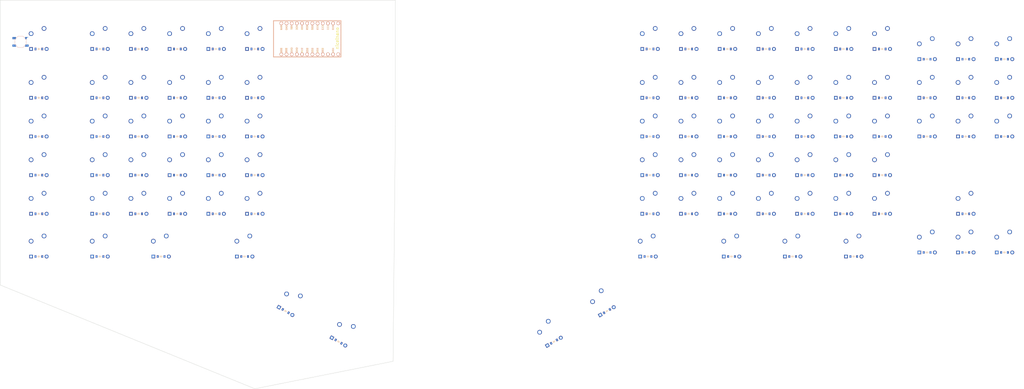
<source format=kicad_pcb>
(kicad_pcb (version 20171130) (host pcbnew 5.1.6)
  (title_block (title "left") (rev "v1.0.0") (company "Unknown"))
  (layers (0 F.Cu signal) (31 B.Cu signal) (34 B.Paste user) (35 F.Paste user) (36 B.SilkS user) (37 F.SilkS user) (38 B.Mask user) (39 F.Mask user) (44 Edge.Cuts user))
  (net 0 "")
  (net 1 "1qazcol_zxcrow")
  (net 2 "1qazcol_asdrow")
  (net 3 "1qazcol_qwerow")
  (net 4 "1qazcol_numberrow")
  (net 5 "2wsxcol_zxcrow")
  (net 6 "2wsxcol_asdrow")
  (net 7 "2wsxcol_qwerow")
  (net 8 "2wsxcol_numberrow")
  (net 9 "3edccol_zxcrow")
  (net 10 "3edccol_asdrow")
  (net 11 "3edccol_qwerow")
  (net 12 "3edccol_numberrow")
  (net 13 "4rfvcol_zxcrow")
  (net 14 "4rfvcol_asdrow")
  (net 15 "4rfvcol_qwerow")
  (net 16 "4rfvcol_numberrow")
  (net 17 "5tgbcol_zxcrow")
  (net 18 "5tgbcol_asdrow")
  (net 19 "5tgbcol_qwerow")
  (net 20 "5tgbcol_numberrow")
  (net 21 "tabcapsshift_tylda")
  (net 22 "tabcapsshift_tab")
  (net 23 "tabcapsshift_caps")
  (net 24 "tabcapsshift_shift")
  (net 25 "yhncol_nmrow")
  (net 26 "yhncol_hjkrow")
  (net 27 "yhncol_yuirow")
  (net 28 "yhncol_numberrow")
  (net 29 "ujmcol_nmrow")
  (net 30 "ujmcol_hjkrow")
  (net 31 "ujmcol_yuirow")
  (net 32 "ujmcol_numberrow")
  (net 33 "ikcol_nmrow")
  (net 34 "ikcol_hjkrow")
  (net 35 "ikcol_yuirow")
  (net 36 "ikcol_numberrow")
  (net 37 "olcol_nmrow")
  (net 38 "olcol_hjkrow")
  (net 39 "olcol_yuirow")
  (net 40 "olcol_numberrow")
  (net 41 "pcol_nmrow")
  (net 42 "pcol_hjkrow")
  (net 43 "pcol_yuirow")
  (net 44 "pcol_numberrow")
  (net 45 "minuscol_nmrow")
  (net 46 "minuscol_hjkrow")
  (net 47 "minuscol_yuirow")
  (net 48 "minuscol_numberrow")
  (net 49 "pluscol_nmrow")
  (net 50 "pluscol_hjkrow")
  (net 51 "pluscol_yuirow")
  (net 52 "pluscol_numberrow")
  (net 53 "esc_escaperow")
  (net 54 "f1_escaperow")
  (net 55 "f2_escaperow")
  (net 56 "f3_escaperow")
  (net 57 "f4_escaperow")
  (net 58 "f5_escaperow")
  (net 59 "ctrl_thumbrow")
  (net 60 "winkey_thumbrow")
  (net 61 "alt_thumbrow")
  (net 62 "space_thumbrow")
  (net 63 "ctrl2_thumbrow")
  (net 64 "thumbkey_thumbrow")
  (net 65 "f6_one")
  (net 66 "f7_one")
  (net 67 "f8_one")
  (net 68 "f9_one")
  (net 69 "f10_one")
  (net 70 "f11_one")
  (net 71 "f12_one")
  (net 72 "left_down")
  (net 73 "left_del")
  (net 74 "left_ins")
  (net 75 "left_macro")
  (net 76 "updown_down")
  (net 77 "updown_up")
  (net 78 "updown_del")
  (net 79 "updown_ins")
  (net 80 "updown_macro")
  (net 81 "right_down")
  (net 82 "right_del")
  (net 83 "right_ins")
  (net 84 "right_macro")
  (net 85 "mirror_ctrl_thumbrow")
  (net 86 "mirror_winkey_thumbrow")
  (net 87 "mirror_alt_thumbrow")
  (net 88 "mirror_space_thumbrow")
  (net 89 "mirror_ctrl2_thumbrow")
  (net 90 "mirror_thumbkey_thumbrow")
  (net 91 "GND")
  (net 92 "RST")
  (net 93 "RAW")
  (net 94 "VCC")
  (net 95 "P031")
  (net 96 "P029")
  (net 97 "P002")
  (net 98 "P115")
  (net 99 "P113")
  (net 100 "P111")
  (net 101 "P010")
  (net 102 "P009")
  (net 103 "P006")
  (net 104 "P008")
  (net 105 "P017")
  (net 106 "P020")
  (net 107 "P022")
  (net 108 "P024")
  (net 109 "P100")
  (net 110 "P011")
  (net 111 "P104")
  (net 112 "P106")
  (module MX (layer F.Cu) (at 0 0 0)
    (fp_text reference "S1" hide)
    (fp_text value "" hide)
    (pad "" np_thru_hole circle (at 0 0) (size 3.9878 3.9878) (drill 3.9878) (layers *.Cu *.Mask))
    (pad "" np_thru_hole circle (at 5.08 0) (size 1.7018 1.7018) (drill 1.7018) (layers *.Cu *.Mask))
    (pad "" np_thru_hole circle (at -5.08 0) (size 1.7018 1.7018) (drill 1.7018) (layers *.Cu *.Mask))
    (pad 1 thru_hole circle (at 2.54 -5.08) (size 2.286 2.286) (drill 1.4986) (layers *.Cu *.Mask) (net 0 ""))
    (pad 2 thru_hole circle (at -3.81 -2.54) (size 2.286 2.286) (drill 1.4986) (layers *.Cu *.Mask) (net 1 "1qazcol_zxcrow"))
  )
  (module MX (layer F.Cu) (at 0 -19 0)
    (fp_text reference "S2" hide)
    (fp_text value "" hide)
    (pad "" np_thru_hole circle (at 0 0) (size 3.9878 3.9878) (drill 3.9878) (layers *.Cu *.Mask))
    (pad "" np_thru_hole circle (at 5.08 0) (size 1.7018 1.7018) (drill 1.7018) (layers *.Cu *.Mask))
    (pad "" np_thru_hole circle (at -5.08 0) (size 1.7018 1.7018) (drill 1.7018) (layers *.Cu *.Mask))
    (pad 1 thru_hole circle (at 2.54 -5.08) (size 2.286 2.286) (drill 1.4986) (layers *.Cu *.Mask) (net 0 ""))
    (pad 2 thru_hole circle (at -3.81 -2.54) (size 2.286 2.286) (drill 1.4986) (layers *.Cu *.Mask) (net 2 "1qazcol_asdrow"))
  )
  (module MX (layer F.Cu) (at 0 -38 0)
    (fp_text reference "S3" hide)
    (fp_text value "" hide)
    (pad "" np_thru_hole circle (at 0 0) (size 3.9878 3.9878) (drill 3.9878) (layers *.Cu *.Mask))
    (pad "" np_thru_hole circle (at 5.08 0) (size 1.7018 1.7018) (drill 1.7018) (layers *.Cu *.Mask))
    (pad "" np_thru_hole circle (at -5.08 0) (size 1.7018 1.7018) (drill 1.7018) (layers *.Cu *.Mask))
    (pad 1 thru_hole circle (at 2.54 -5.08) (size 2.286 2.286) (drill 1.4986) (layers *.Cu *.Mask) (net 0 ""))
    (pad 2 thru_hole circle (at -3.81 -2.54) (size 2.286 2.286) (drill 1.4986) (layers *.Cu *.Mask) (net 3 "1qazcol_qwerow"))
  )
  (module MX (layer F.Cu) (at 0 -57 0)
    (fp_text reference "S4" hide)
    (fp_text value "" hide)
    (pad "" np_thru_hole circle (at 0 0) (size 3.9878 3.9878) (drill 3.9878) (layers *.Cu *.Mask))
    (pad "" np_thru_hole circle (at 5.08 0) (size 1.7018 1.7018) (drill 1.7018) (layers *.Cu *.Mask))
    (pad "" np_thru_hole circle (at -5.08 0) (size 1.7018 1.7018) (drill 1.7018) (layers *.Cu *.Mask))
    (pad 1 thru_hole circle (at 2.54 -5.08) (size 2.286 2.286) (drill 1.4986) (layers *.Cu *.Mask) (net 0 ""))
    (pad 2 thru_hole circle (at -3.81 -2.54) (size 2.286 2.286) (drill 1.4986) (layers *.Cu *.Mask) (net 4 "1qazcol_numberrow"))
  )
  (module MX (layer F.Cu) (at 19 0 0)
    (fp_text reference "S5" hide)
    (fp_text value "" hide)
    (pad "" np_thru_hole circle (at 0 0) (size 3.9878 3.9878) (drill 3.9878) (layers *.Cu *.Mask))
    (pad "" np_thru_hole circle (at 5.08 0) (size 1.7018 1.7018) (drill 1.7018) (layers *.Cu *.Mask))
    (pad "" np_thru_hole circle (at -5.08 0) (size 1.7018 1.7018) (drill 1.7018) (layers *.Cu *.Mask))
    (pad 1 thru_hole circle (at 2.54 -5.08) (size 2.286 2.286) (drill 1.4986) (layers *.Cu *.Mask) (net 0 ""))
    (pad 2 thru_hole circle (at -3.81 -2.54) (size 2.286 2.286) (drill 1.4986) (layers *.Cu *.Mask) (net 5 "2wsxcol_zxcrow"))
  )
  (module MX (layer F.Cu) (at 19 -19 0)
    (fp_text reference "S6" hide)
    (fp_text value "" hide)
    (pad "" np_thru_hole circle (at 0 0) (size 3.9878 3.9878) (drill 3.9878) (layers *.Cu *.Mask))
    (pad "" np_thru_hole circle (at 5.08 0) (size 1.7018 1.7018) (drill 1.7018) (layers *.Cu *.Mask))
    (pad "" np_thru_hole circle (at -5.08 0) (size 1.7018 1.7018) (drill 1.7018) (layers *.Cu *.Mask))
    (pad 1 thru_hole circle (at 2.54 -5.08) (size 2.286 2.286) (drill 1.4986) (layers *.Cu *.Mask) (net 0 ""))
    (pad 2 thru_hole circle (at -3.81 -2.54) (size 2.286 2.286) (drill 1.4986) (layers *.Cu *.Mask) (net 6 "2wsxcol_asdrow"))
  )
  (module MX (layer F.Cu) (at 19 -38 0)
    (fp_text reference "S7" hide)
    (fp_text value "" hide)
    (pad "" np_thru_hole circle (at 0 0) (size 3.9878 3.9878) (drill 3.9878) (layers *.Cu *.Mask))
    (pad "" np_thru_hole circle (at 5.08 0) (size 1.7018 1.7018) (drill 1.7018) (layers *.Cu *.Mask))
    (pad "" np_thru_hole circle (at -5.08 0) (size 1.7018 1.7018) (drill 1.7018) (layers *.Cu *.Mask))
    (pad 1 thru_hole circle (at 2.54 -5.08) (size 2.286 2.286) (drill 1.4986) (layers *.Cu *.Mask) (net 0 ""))
    (pad 2 thru_hole circle (at -3.81 -2.54) (size 2.286 2.286) (drill 1.4986) (layers *.Cu *.Mask) (net 7 "2wsxcol_qwerow"))
  )
  (module MX (layer F.Cu) (at 19 -57 0)
    (fp_text reference "S8" hide)
    (fp_text value "" hide)
    (pad "" np_thru_hole circle (at 0 0) (size 3.9878 3.9878) (drill 3.9878) (layers *.Cu *.Mask))
    (pad "" np_thru_hole circle (at 5.08 0) (size 1.7018 1.7018) (drill 1.7018) (layers *.Cu *.Mask))
    (pad "" np_thru_hole circle (at -5.08 0) (size 1.7018 1.7018) (drill 1.7018) (layers *.Cu *.Mask))
    (pad 1 thru_hole circle (at 2.54 -5.08) (size 2.286 2.286) (drill 1.4986) (layers *.Cu *.Mask) (net 0 ""))
    (pad 2 thru_hole circle (at -3.81 -2.54) (size 2.286 2.286) (drill 1.4986) (layers *.Cu *.Mask) (net 8 "2wsxcol_numberrow"))
  )
  (module MX (layer F.Cu) (at 38 0 0)
    (fp_text reference "S9" hide)
    (fp_text value "" hide)
    (pad "" np_thru_hole circle (at 0 0) (size 3.9878 3.9878) (drill 3.9878) (layers *.Cu *.Mask))
    (pad "" np_thru_hole circle (at 5.08 0) (size 1.7018 1.7018) (drill 1.7018) (layers *.Cu *.Mask))
    (pad "" np_thru_hole circle (at -5.08 0) (size 1.7018 1.7018) (drill 1.7018) (layers *.Cu *.Mask))
    (pad 1 thru_hole circle (at 2.54 -5.08) (size 2.286 2.286) (drill 1.4986) (layers *.Cu *.Mask) (net 0 ""))
    (pad 2 thru_hole circle (at -3.81 -2.54) (size 2.286 2.286) (drill 1.4986) (layers *.Cu *.Mask) (net 9 "3edccol_zxcrow"))
  )
  (module MX (layer F.Cu) (at 38 -19 0)
    (fp_text reference "S10" hide)
    (fp_text value "" hide)
    (pad "" np_thru_hole circle (at 0 0) (size 3.9878 3.9878) (drill 3.9878) (layers *.Cu *.Mask))
    (pad "" np_thru_hole circle (at 5.08 0) (size 1.7018 1.7018) (drill 1.7018) (layers *.Cu *.Mask))
    (pad "" np_thru_hole circle (at -5.08 0) (size 1.7018 1.7018) (drill 1.7018) (layers *.Cu *.Mask))
    (pad 1 thru_hole circle (at 2.54 -5.08) (size 2.286 2.286) (drill 1.4986) (layers *.Cu *.Mask) (net 0 ""))
    (pad 2 thru_hole circle (at -3.81 -2.54) (size 2.286 2.286) (drill 1.4986) (layers *.Cu *.Mask) (net 10 "3edccol_asdrow"))
  )
  (module MX (layer F.Cu) (at 38 -38 0)
    (fp_text reference "S11" hide)
    (fp_text value "" hide)
    (pad "" np_thru_hole circle (at 0 0) (size 3.9878 3.9878) (drill 3.9878) (layers *.Cu *.Mask))
    (pad "" np_thru_hole circle (at 5.08 0) (size 1.7018 1.7018) (drill 1.7018) (layers *.Cu *.Mask))
    (pad "" np_thru_hole circle (at -5.08 0) (size 1.7018 1.7018) (drill 1.7018) (layers *.Cu *.Mask))
    (pad 1 thru_hole circle (at 2.54 -5.08) (size 2.286 2.286) (drill 1.4986) (layers *.Cu *.Mask) (net 0 ""))
    (pad 2 thru_hole circle (at -3.81 -2.54) (size 2.286 2.286) (drill 1.4986) (layers *.Cu *.Mask) (net 11 "3edccol_qwerow"))
  )
  (module MX (layer F.Cu) (at 38 -57 0)
    (fp_text reference "S12" hide)
    (fp_text value "" hide)
    (pad "" np_thru_hole circle (at 0 0) (size 3.9878 3.9878) (drill 3.9878) (layers *.Cu *.Mask))
    (pad "" np_thru_hole circle (at 5.08 0) (size 1.7018 1.7018) (drill 1.7018) (layers *.Cu *.Mask))
    (pad "" np_thru_hole circle (at -5.08 0) (size 1.7018 1.7018) (drill 1.7018) (layers *.Cu *.Mask))
    (pad 1 thru_hole circle (at 2.54 -5.08) (size 2.286 2.286) (drill 1.4986) (layers *.Cu *.Mask) (net 0 ""))
    (pad 2 thru_hole circle (at -3.81 -2.54) (size 2.286 2.286) (drill 1.4986) (layers *.Cu *.Mask) (net 12 "3edccol_numberrow"))
  )
  (module MX (layer F.Cu) (at 57 0 0)
    (fp_text reference "S13" hide)
    (fp_text value "" hide)
    (pad "" np_thru_hole circle (at 0 0) (size 3.9878 3.9878) (drill 3.9878) (layers *.Cu *.Mask))
    (pad "" np_thru_hole circle (at 5.08 0) (size 1.7018 1.7018) (drill 1.7018) (layers *.Cu *.Mask))
    (pad "" np_thru_hole circle (at -5.08 0) (size 1.7018 1.7018) (drill 1.7018) (layers *.Cu *.Mask))
    (pad 1 thru_hole circle (at 2.54 -5.08) (size 2.286 2.286) (drill 1.4986) (layers *.Cu *.Mask) (net 0 ""))
    (pad 2 thru_hole circle (at -3.81 -2.54) (size 2.286 2.286) (drill 1.4986) (layers *.Cu *.Mask) (net 13 "4rfvcol_zxcrow"))
  )
  (module MX (layer F.Cu) (at 57 -19 0)
    (fp_text reference "S14" hide)
    (fp_text value "" hide)
    (pad "" np_thru_hole circle (at 0 0) (size 3.9878 3.9878) (drill 3.9878) (layers *.Cu *.Mask))
    (pad "" np_thru_hole circle (at 5.08 0) (size 1.7018 1.7018) (drill 1.7018) (layers *.Cu *.Mask))
    (pad "" np_thru_hole circle (at -5.08 0) (size 1.7018 1.7018) (drill 1.7018) (layers *.Cu *.Mask))
    (pad 1 thru_hole circle (at 2.54 -5.08) (size 2.286 2.286) (drill 1.4986) (layers *.Cu *.Mask) (net 0 ""))
    (pad 2 thru_hole circle (at -3.81 -2.54) (size 2.286 2.286) (drill 1.4986) (layers *.Cu *.Mask) (net 14 "4rfvcol_asdrow"))
  )
  (module MX (layer F.Cu) (at 57 -38 0)
    (fp_text reference "S15" hide)
    (fp_text value "" hide)
    (pad "" np_thru_hole circle (at 0 0) (size 3.9878 3.9878) (drill 3.9878) (layers *.Cu *.Mask))
    (pad "" np_thru_hole circle (at 5.08 0) (size 1.7018 1.7018) (drill 1.7018) (layers *.Cu *.Mask))
    (pad "" np_thru_hole circle (at -5.08 0) (size 1.7018 1.7018) (drill 1.7018) (layers *.Cu *.Mask))
    (pad 1 thru_hole circle (at 2.54 -5.08) (size 2.286 2.286) (drill 1.4986) (layers *.Cu *.Mask) (net 0 ""))
    (pad 2 thru_hole circle (at -3.81 -2.54) (size 2.286 2.286) (drill 1.4986) (layers *.Cu *.Mask) (net 15 "4rfvcol_qwerow"))
  )
  (module MX (layer F.Cu) (at 57 -57 0)
    (fp_text reference "S16" hide)
    (fp_text value "" hide)
    (pad "" np_thru_hole circle (at 0 0) (size 3.9878 3.9878) (drill 3.9878) (layers *.Cu *.Mask))
    (pad "" np_thru_hole circle (at 5.08 0) (size 1.7018 1.7018) (drill 1.7018) (layers *.Cu *.Mask))
    (pad "" np_thru_hole circle (at -5.08 0) (size 1.7018 1.7018) (drill 1.7018) (layers *.Cu *.Mask))
    (pad 1 thru_hole circle (at 2.54 -5.08) (size 2.286 2.286) (drill 1.4986) (layers *.Cu *.Mask) (net 0 ""))
    (pad 2 thru_hole circle (at -3.81 -2.54) (size 2.286 2.286) (drill 1.4986) (layers *.Cu *.Mask) (net 16 "4rfvcol_numberrow"))
  )
  (module MX (layer F.Cu) (at 76 0 0)
    (fp_text reference "S17" hide)
    (fp_text value "" hide)
    (pad "" np_thru_hole circle (at 0 0) (size 3.9878 3.9878) (drill 3.9878) (layers *.Cu *.Mask))
    (pad "" np_thru_hole circle (at 5.08 0) (size 1.7018 1.7018) (drill 1.7018) (layers *.Cu *.Mask))
    (pad "" np_thru_hole circle (at -5.08 0) (size 1.7018 1.7018) (drill 1.7018) (layers *.Cu *.Mask))
    (pad 1 thru_hole circle (at 2.54 -5.08) (size 2.286 2.286) (drill 1.4986) (layers *.Cu *.Mask) (net 0 ""))
    (pad 2 thru_hole circle (at -3.81 -2.54) (size 2.286 2.286) (drill 1.4986) (layers *.Cu *.Mask) (net 17 "5tgbcol_zxcrow"))
  )
  (module MX (layer F.Cu) (at 76 -19 0)
    (fp_text reference "S18" hide)
    (fp_text value "" hide)
    (pad "" np_thru_hole circle (at 0 0) (size 3.9878 3.9878) (drill 3.9878) (layers *.Cu *.Mask))
    (pad "" np_thru_hole circle (at 5.08 0) (size 1.7018 1.7018) (drill 1.7018) (layers *.Cu *.Mask))
    (pad "" np_thru_hole circle (at -5.08 0) (size 1.7018 1.7018) (drill 1.7018) (layers *.Cu *.Mask))
    (pad 1 thru_hole circle (at 2.54 -5.08) (size 2.286 2.286) (drill 1.4986) (layers *.Cu *.Mask) (net 0 ""))
    (pad 2 thru_hole circle (at -3.81 -2.54) (size 2.286 2.286) (drill 1.4986) (layers *.Cu *.Mask) (net 18 "5tgbcol_asdrow"))
  )
  (module MX (layer F.Cu) (at 76 -38 0)
    (fp_text reference "S19" hide)
    (fp_text value "" hide)
    (pad "" np_thru_hole circle (at 0 0) (size 3.9878 3.9878) (drill 3.9878) (layers *.Cu *.Mask))
    (pad "" np_thru_hole circle (at 5.08 0) (size 1.7018 1.7018) (drill 1.7018) (layers *.Cu *.Mask))
    (pad "" np_thru_hole circle (at -5.08 0) (size 1.7018 1.7018) (drill 1.7018) (layers *.Cu *.Mask))
    (pad 1 thru_hole circle (at 2.54 -5.08) (size 2.286 2.286) (drill 1.4986) (layers *.Cu *.Mask) (net 0 ""))
    (pad 2 thru_hole circle (at -3.81 -2.54) (size 2.286 2.286) (drill 1.4986) (layers *.Cu *.Mask) (net 19 "5tgbcol_qwerow"))
  )
  (module MX (layer F.Cu) (at 76 -57 0)
    (fp_text reference "S20" hide)
    (fp_text value "" hide)
    (pad "" np_thru_hole circle (at 0 0) (size 3.9878 3.9878) (drill 3.9878) (layers *.Cu *.Mask))
    (pad "" np_thru_hole circle (at 5.08 0) (size 1.7018 1.7018) (drill 1.7018) (layers *.Cu *.Mask))
    (pad "" np_thru_hole circle (at -5.08 0) (size 1.7018 1.7018) (drill 1.7018) (layers *.Cu *.Mask))
    (pad 1 thru_hole circle (at 2.54 -5.08) (size 2.286 2.286) (drill 1.4986) (layers *.Cu *.Mask) (net 0 ""))
    (pad 2 thru_hole circle (at -3.81 -2.54) (size 2.286 2.286) (drill 1.4986) (layers *.Cu *.Mask) (net 20 "5tgbcol_numberrow"))
  )
  (module MX (layer F.Cu) (at -30 0 0)
    (fp_text reference "S21" hide)
    (fp_text value "" hide)
    (pad "" np_thru_hole circle (at 0 0) (size 3.9878 3.9878) (drill 3.9878) (layers *.Cu *.Mask))
    (pad "" np_thru_hole circle (at 5.08 0) (size 1.7018 1.7018) (drill 1.7018) (layers *.Cu *.Mask))
    (pad "" np_thru_hole circle (at -5.08 0) (size 1.7018 1.7018) (drill 1.7018) (layers *.Cu *.Mask))
    (pad 1 thru_hole circle (at 2.54 -5.08) (size 2.286 2.286) (drill 1.4986) (layers *.Cu *.Mask) (net 0 ""))
    (pad 2 thru_hole circle (at -3.81 -2.54) (size 2.286 2.286) (drill 1.4986) (layers *.Cu *.Mask) (net 21 "tabcapsshift_tylda"))
  )
  (module MX (layer F.Cu) (at -30 -19 0)
    (fp_text reference "S22" hide)
    (fp_text value "" hide)
    (pad "" np_thru_hole circle (at 0 0) (size 3.9878 3.9878) (drill 3.9878) (layers *.Cu *.Mask))
    (pad "" np_thru_hole circle (at 5.08 0) (size 1.7018 1.7018) (drill 1.7018) (layers *.Cu *.Mask))
    (pad "" np_thru_hole circle (at -5.08 0) (size 1.7018 1.7018) (drill 1.7018) (layers *.Cu *.Mask))
    (pad 1 thru_hole circle (at 2.54 -5.08) (size 2.286 2.286) (drill 1.4986) (layers *.Cu *.Mask) (net 0 ""))
    (pad 2 thru_hole circle (at -3.81 -2.54) (size 2.286 2.286) (drill 1.4986) (layers *.Cu *.Mask) (net 22 "tabcapsshift_tab"))
  )
  (module MX (layer F.Cu) (at -30 -38 0)
    (fp_text reference "S23" hide)
    (fp_text value "" hide)
    (pad "" np_thru_hole circle (at 0 0) (size 3.9878 3.9878) (drill 3.9878) (layers *.Cu *.Mask))
    (pad "" np_thru_hole circle (at 5.08 0) (size 1.7018 1.7018) (drill 1.7018) (layers *.Cu *.Mask))
    (pad "" np_thru_hole circle (at -5.08 0) (size 1.7018 1.7018) (drill 1.7018) (layers *.Cu *.Mask))
    (pad 1 thru_hole circle (at 2.54 -5.08) (size 2.286 2.286) (drill 1.4986) (layers *.Cu *.Mask) (net 0 ""))
    (pad 2 thru_hole circle (at -3.81 -2.54) (size 2.286 2.286) (drill 1.4986) (layers *.Cu *.Mask) (net 23 "tabcapsshift_caps"))
  )
  (module MX (layer F.Cu) (at -30 -57 0)
    (fp_text reference "S24" hide)
    (fp_text value "" hide)
    (pad "" np_thru_hole circle (at 0 0) (size 3.9878 3.9878) (drill 3.9878) (layers *.Cu *.Mask))
    (pad "" np_thru_hole circle (at 5.08 0) (size 1.7018 1.7018) (drill 1.7018) (layers *.Cu *.Mask))
    (pad "" np_thru_hole circle (at -5.08 0) (size 1.7018 1.7018) (drill 1.7018) (layers *.Cu *.Mask))
    (pad 1 thru_hole circle (at 2.54 -5.08) (size 2.286 2.286) (drill 1.4986) (layers *.Cu *.Mask) (net 0 ""))
    (pad 2 thru_hole circle (at -3.81 -2.54) (size 2.286 2.286) (drill 1.4986) (layers *.Cu *.Mask) (net 24 "tabcapsshift_shift"))
  )
  (module MX (layer F.Cu) (at 270 0 0)
    (fp_text reference "S25" hide)
    (fp_text value "" hide)
    (pad "" np_thru_hole circle (at 0 0) (size 3.9878 3.9878) (drill 3.9878) (layers *.Cu *.Mask))
    (pad "" np_thru_hole circle (at 5.08 0) (size 1.7018 1.7018) (drill 1.7018) (layers *.Cu *.Mask))
    (pad "" np_thru_hole circle (at -5.08 0) (size 1.7018 1.7018) (drill 1.7018) (layers *.Cu *.Mask))
    (pad 1 thru_hole circle (at 2.54 -5.08) (size 2.286 2.286) (drill 1.4986) (layers *.Cu *.Mask) (net 0 ""))
    (pad 2 thru_hole circle (at -3.81 -2.54) (size 2.286 2.286) (drill 1.4986) (layers *.Cu *.Mask) (net 25 "yhncol_nmrow"))
  )
  (module MX (layer F.Cu) (at 270 -19 0)
    (fp_text reference "S26" hide)
    (fp_text value "" hide)
    (pad "" np_thru_hole circle (at 0 0) (size 3.9878 3.9878) (drill 3.9878) (layers *.Cu *.Mask))
    (pad "" np_thru_hole circle (at 5.08 0) (size 1.7018 1.7018) (drill 1.7018) (layers *.Cu *.Mask))
    (pad "" np_thru_hole circle (at -5.08 0) (size 1.7018 1.7018) (drill 1.7018) (layers *.Cu *.Mask))
    (pad 1 thru_hole circle (at 2.54 -5.08) (size 2.286 2.286) (drill 1.4986) (layers *.Cu *.Mask) (net 0 ""))
    (pad 2 thru_hole circle (at -3.81 -2.54) (size 2.286 2.286) (drill 1.4986) (layers *.Cu *.Mask) (net 26 "yhncol_hjkrow"))
  )
  (module MX (layer F.Cu) (at 270 -38 0)
    (fp_text reference "S27" hide)
    (fp_text value "" hide)
    (pad "" np_thru_hole circle (at 0 0) (size 3.9878 3.9878) (drill 3.9878) (layers *.Cu *.Mask))
    (pad "" np_thru_hole circle (at 5.08 0) (size 1.7018 1.7018) (drill 1.7018) (layers *.Cu *.Mask))
    (pad "" np_thru_hole circle (at -5.08 0) (size 1.7018 1.7018) (drill 1.7018) (layers *.Cu *.Mask))
    (pad 1 thru_hole circle (at 2.54 -5.08) (size 2.286 2.286) (drill 1.4986) (layers *.Cu *.Mask) (net 0 ""))
    (pad 2 thru_hole circle (at -3.81 -2.54) (size 2.286 2.286) (drill 1.4986) (layers *.Cu *.Mask) (net 27 "yhncol_yuirow"))
  )
  (module MX (layer F.Cu) (at 270 -57 0)
    (fp_text reference "S28" hide)
    (fp_text value "" hide)
    (pad "" np_thru_hole circle (at 0 0) (size 3.9878 3.9878) (drill 3.9878) (layers *.Cu *.Mask))
    (pad "" np_thru_hole circle (at 5.08 0) (size 1.7018 1.7018) (drill 1.7018) (layers *.Cu *.Mask))
    (pad "" np_thru_hole circle (at -5.08 0) (size 1.7018 1.7018) (drill 1.7018) (layers *.Cu *.Mask))
    (pad 1 thru_hole circle (at 2.54 -5.08) (size 2.286 2.286) (drill 1.4986) (layers *.Cu *.Mask) (net 0 ""))
    (pad 2 thru_hole circle (at -3.81 -2.54) (size 2.286 2.286) (drill 1.4986) (layers *.Cu *.Mask) (net 28 "yhncol_numberrow"))
  )
  (module MX (layer F.Cu) (at 289 0 0)
    (fp_text reference "S29" hide)
    (fp_text value "" hide)
    (pad "" np_thru_hole circle (at 0 0) (size 3.9878 3.9878) (drill 3.9878) (layers *.Cu *.Mask))
    (pad "" np_thru_hole circle (at 5.08 0) (size 1.7018 1.7018) (drill 1.7018) (layers *.Cu *.Mask))
    (pad "" np_thru_hole circle (at -5.08 0) (size 1.7018 1.7018) (drill 1.7018) (layers *.Cu *.Mask))
    (pad 1 thru_hole circle (at 2.54 -5.08) (size 2.286 2.286) (drill 1.4986) (layers *.Cu *.Mask) (net 0 ""))
    (pad 2 thru_hole circle (at -3.81 -2.54) (size 2.286 2.286) (drill 1.4986) (layers *.Cu *.Mask) (net 29 "ujmcol_nmrow"))
  )
  (module MX (layer F.Cu) (at 289 -19 0)
    (fp_text reference "S30" hide)
    (fp_text value "" hide)
    (pad "" np_thru_hole circle (at 0 0) (size 3.9878 3.9878) (drill 3.9878) (layers *.Cu *.Mask))
    (pad "" np_thru_hole circle (at 5.08 0) (size 1.7018 1.7018) (drill 1.7018) (layers *.Cu *.Mask))
    (pad "" np_thru_hole circle (at -5.08 0) (size 1.7018 1.7018) (drill 1.7018) (layers *.Cu *.Mask))
    (pad 1 thru_hole circle (at 2.54 -5.08) (size 2.286 2.286) (drill 1.4986) (layers *.Cu *.Mask) (net 0 ""))
    (pad 2 thru_hole circle (at -3.81 -2.54) (size 2.286 2.286) (drill 1.4986) (layers *.Cu *.Mask) (net 30 "ujmcol_hjkrow"))
  )
  (module MX (layer F.Cu) (at 289 -38 0)
    (fp_text reference "S31" hide)
    (fp_text value "" hide)
    (pad "" np_thru_hole circle (at 0 0) (size 3.9878 3.9878) (drill 3.9878) (layers *.Cu *.Mask))
    (pad "" np_thru_hole circle (at 5.08 0) (size 1.7018 1.7018) (drill 1.7018) (layers *.Cu *.Mask))
    (pad "" np_thru_hole circle (at -5.08 0) (size 1.7018 1.7018) (drill 1.7018) (layers *.Cu *.Mask))
    (pad 1 thru_hole circle (at 2.54 -5.08) (size 2.286 2.286) (drill 1.4986) (layers *.Cu *.Mask) (net 0 ""))
    (pad 2 thru_hole circle (at -3.81 -2.54) (size 2.286 2.286) (drill 1.4986) (layers *.Cu *.Mask) (net 31 "ujmcol_yuirow"))
  )
  (module MX (layer F.Cu) (at 289 -57 0)
    (fp_text reference "S32" hide)
    (fp_text value "" hide)
    (pad "" np_thru_hole circle (at 0 0) (size 3.9878 3.9878) (drill 3.9878) (layers *.Cu *.Mask))
    (pad "" np_thru_hole circle (at 5.08 0) (size 1.7018 1.7018) (drill 1.7018) (layers *.Cu *.Mask))
    (pad "" np_thru_hole circle (at -5.08 0) (size 1.7018 1.7018) (drill 1.7018) (layers *.Cu *.Mask))
    (pad 1 thru_hole circle (at 2.54 -5.08) (size 2.286 2.286) (drill 1.4986) (layers *.Cu *.Mask) (net 0 ""))
    (pad 2 thru_hole circle (at -3.81 -2.54) (size 2.286 2.286) (drill 1.4986) (layers *.Cu *.Mask) (net 32 "ujmcol_numberrow"))
  )
  (module MX (layer F.Cu) (at 308 0 0)
    (fp_text reference "S33" hide)
    (fp_text value "" hide)
    (pad "" np_thru_hole circle (at 0 0) (size 3.9878 3.9878) (drill 3.9878) (layers *.Cu *.Mask))
    (pad "" np_thru_hole circle (at 5.08 0) (size 1.7018 1.7018) (drill 1.7018) (layers *.Cu *.Mask))
    (pad "" np_thru_hole circle (at -5.08 0) (size 1.7018 1.7018) (drill 1.7018) (layers *.Cu *.Mask))
    (pad 1 thru_hole circle (at 2.54 -5.08) (size 2.286 2.286) (drill 1.4986) (layers *.Cu *.Mask) (net 0 ""))
    (pad 2 thru_hole circle (at -3.81 -2.54) (size 2.286 2.286) (drill 1.4986) (layers *.Cu *.Mask) (net 33 "ikcol_nmrow"))
  )
  (module MX (layer F.Cu) (at 308 -19 0)
    (fp_text reference "S34" hide)
    (fp_text value "" hide)
    (pad "" np_thru_hole circle (at 0 0) (size 3.9878 3.9878) (drill 3.9878) (layers *.Cu *.Mask))
    (pad "" np_thru_hole circle (at 5.08 0) (size 1.7018 1.7018) (drill 1.7018) (layers *.Cu *.Mask))
    (pad "" np_thru_hole circle (at -5.08 0) (size 1.7018 1.7018) (drill 1.7018) (layers *.Cu *.Mask))
    (pad 1 thru_hole circle (at 2.54 -5.08) (size 2.286 2.286) (drill 1.4986) (layers *.Cu *.Mask) (net 0 ""))
    (pad 2 thru_hole circle (at -3.81 -2.54) (size 2.286 2.286) (drill 1.4986) (layers *.Cu *.Mask) (net 34 "ikcol_hjkrow"))
  )
  (module MX (layer F.Cu) (at 308 -38 0)
    (fp_text reference "S35" hide)
    (fp_text value "" hide)
    (pad "" np_thru_hole circle (at 0 0) (size 3.9878 3.9878) (drill 3.9878) (layers *.Cu *.Mask))
    (pad "" np_thru_hole circle (at 5.08 0) (size 1.7018 1.7018) (drill 1.7018) (layers *.Cu *.Mask))
    (pad "" np_thru_hole circle (at -5.08 0) (size 1.7018 1.7018) (drill 1.7018) (layers *.Cu *.Mask))
    (pad 1 thru_hole circle (at 2.54 -5.08) (size 2.286 2.286) (drill 1.4986) (layers *.Cu *.Mask) (net 0 ""))
    (pad 2 thru_hole circle (at -3.81 -2.54) (size 2.286 2.286) (drill 1.4986) (layers *.Cu *.Mask) (net 35 "ikcol_yuirow"))
  )
  (module MX (layer F.Cu) (at 308 -57 0)
    (fp_text reference "S36" hide)
    (fp_text value "" hide)
    (pad "" np_thru_hole circle (at 0 0) (size 3.9878 3.9878) (drill 3.9878) (layers *.Cu *.Mask))
    (pad "" np_thru_hole circle (at 5.08 0) (size 1.7018 1.7018) (drill 1.7018) (layers *.Cu *.Mask))
    (pad "" np_thru_hole circle (at -5.08 0) (size 1.7018 1.7018) (drill 1.7018) (layers *.Cu *.Mask))
    (pad 1 thru_hole circle (at 2.54 -5.08) (size 2.286 2.286) (drill 1.4986) (layers *.Cu *.Mask) (net 0 ""))
    (pad 2 thru_hole circle (at -3.81 -2.54) (size 2.286 2.286) (drill 1.4986) (layers *.Cu *.Mask) (net 36 "ikcol_numberrow"))
  )
  (module MX (layer F.Cu) (at 327 0 0)
    (fp_text reference "S37" hide)
    (fp_text value "" hide)
    (pad "" np_thru_hole circle (at 0 0) (size 3.9878 3.9878) (drill 3.9878) (layers *.Cu *.Mask))
    (pad "" np_thru_hole circle (at 5.08 0) (size 1.7018 1.7018) (drill 1.7018) (layers *.Cu *.Mask))
    (pad "" np_thru_hole circle (at -5.08 0) (size 1.7018 1.7018) (drill 1.7018) (layers *.Cu *.Mask))
    (pad 1 thru_hole circle (at 2.54 -5.08) (size 2.286 2.286) (drill 1.4986) (layers *.Cu *.Mask) (net 0 ""))
    (pad 2 thru_hole circle (at -3.81 -2.54) (size 2.286 2.286) (drill 1.4986) (layers *.Cu *.Mask) (net 37 "olcol_nmrow"))
  )
  (module MX (layer F.Cu) (at 327 -19 0)
    (fp_text reference "S38" hide)
    (fp_text value "" hide)
    (pad "" np_thru_hole circle (at 0 0) (size 3.9878 3.9878) (drill 3.9878) (layers *.Cu *.Mask))
    (pad "" np_thru_hole circle (at 5.08 0) (size 1.7018 1.7018) (drill 1.7018) (layers *.Cu *.Mask))
    (pad "" np_thru_hole circle (at -5.08 0) (size 1.7018 1.7018) (drill 1.7018) (layers *.Cu *.Mask))
    (pad 1 thru_hole circle (at 2.54 -5.08) (size 2.286 2.286) (drill 1.4986) (layers *.Cu *.Mask) (net 0 ""))
    (pad 2 thru_hole circle (at -3.81 -2.54) (size 2.286 2.286) (drill 1.4986) (layers *.Cu *.Mask) (net 38 "olcol_hjkrow"))
  )
  (module MX (layer F.Cu) (at 327 -38 0)
    (fp_text reference "S39" hide)
    (fp_text value "" hide)
    (pad "" np_thru_hole circle (at 0 0) (size 3.9878 3.9878) (drill 3.9878) (layers *.Cu *.Mask))
    (pad "" np_thru_hole circle (at 5.08 0) (size 1.7018 1.7018) (drill 1.7018) (layers *.Cu *.Mask))
    (pad "" np_thru_hole circle (at -5.08 0) (size 1.7018 1.7018) (drill 1.7018) (layers *.Cu *.Mask))
    (pad 1 thru_hole circle (at 2.54 -5.08) (size 2.286 2.286) (drill 1.4986) (layers *.Cu *.Mask) (net 0 ""))
    (pad 2 thru_hole circle (at -3.81 -2.54) (size 2.286 2.286) (drill 1.4986) (layers *.Cu *.Mask) (net 39 "olcol_yuirow"))
  )
  (module MX (layer F.Cu) (at 327 -57 0)
    (fp_text reference "S40" hide)
    (fp_text value "" hide)
    (pad "" np_thru_hole circle (at 0 0) (size 3.9878 3.9878) (drill 3.9878) (layers *.Cu *.Mask))
    (pad "" np_thru_hole circle (at 5.08 0) (size 1.7018 1.7018) (drill 1.7018) (layers *.Cu *.Mask))
    (pad "" np_thru_hole circle (at -5.08 0) (size 1.7018 1.7018) (drill 1.7018) (layers *.Cu *.Mask))
    (pad 1 thru_hole circle (at 2.54 -5.08) (size 2.286 2.286) (drill 1.4986) (layers *.Cu *.Mask) (net 0 ""))
    (pad 2 thru_hole circle (at -3.81 -2.54) (size 2.286 2.286) (drill 1.4986) (layers *.Cu *.Mask) (net 40 "olcol_numberrow"))
  )
  (module MX (layer F.Cu) (at 346 0 0)
    (fp_text reference "S41" hide)
    (fp_text value "" hide)
    (pad "" np_thru_hole circle (at 0 0) (size 3.9878 3.9878) (drill 3.9878) (layers *.Cu *.Mask))
    (pad "" np_thru_hole circle (at 5.08 0) (size 1.7018 1.7018) (drill 1.7018) (layers *.Cu *.Mask))
    (pad "" np_thru_hole circle (at -5.08 0) (size 1.7018 1.7018) (drill 1.7018) (layers *.Cu *.Mask))
    (pad 1 thru_hole circle (at 2.54 -5.08) (size 2.286 2.286) (drill 1.4986) (layers *.Cu *.Mask) (net 0 ""))
    (pad 2 thru_hole circle (at -3.81 -2.54) (size 2.286 2.286) (drill 1.4986) (layers *.Cu *.Mask) (net 41 "pcol_nmrow"))
  )
  (module MX (layer F.Cu) (at 346 -19 0)
    (fp_text reference "S42" hide)
    (fp_text value "" hide)
    (pad "" np_thru_hole circle (at 0 0) (size 3.9878 3.9878) (drill 3.9878) (layers *.Cu *.Mask))
    (pad "" np_thru_hole circle (at 5.08 0) (size 1.7018 1.7018) (drill 1.7018) (layers *.Cu *.Mask))
    (pad "" np_thru_hole circle (at -5.08 0) (size 1.7018 1.7018) (drill 1.7018) (layers *.Cu *.Mask))
    (pad 1 thru_hole circle (at 2.54 -5.08) (size 2.286 2.286) (drill 1.4986) (layers *.Cu *.Mask) (net 0 ""))
    (pad 2 thru_hole circle (at -3.81 -2.54) (size 2.286 2.286) (drill 1.4986) (layers *.Cu *.Mask) (net 42 "pcol_hjkrow"))
  )
  (module MX (layer F.Cu) (at 346 -38 0)
    (fp_text reference "S43" hide)
    (fp_text value "" hide)
    (pad "" np_thru_hole circle (at 0 0) (size 3.9878 3.9878) (drill 3.9878) (layers *.Cu *.Mask))
    (pad "" np_thru_hole circle (at 5.08 0) (size 1.7018 1.7018) (drill 1.7018) (layers *.Cu *.Mask))
    (pad "" np_thru_hole circle (at -5.08 0) (size 1.7018 1.7018) (drill 1.7018) (layers *.Cu *.Mask))
    (pad 1 thru_hole circle (at 2.54 -5.08) (size 2.286 2.286) (drill 1.4986) (layers *.Cu *.Mask) (net 0 ""))
    (pad 2 thru_hole circle (at -3.81 -2.54) (size 2.286 2.286) (drill 1.4986) (layers *.Cu *.Mask) (net 43 "pcol_yuirow"))
  )
  (module MX (layer F.Cu) (at 346 -57 0)
    (fp_text reference "S44" hide)
    (fp_text value "" hide)
    (pad "" np_thru_hole circle (at 0 0) (size 3.9878 3.9878) (drill 3.9878) (layers *.Cu *.Mask))
    (pad "" np_thru_hole circle (at 5.08 0) (size 1.7018 1.7018) (drill 1.7018) (layers *.Cu *.Mask))
    (pad "" np_thru_hole circle (at -5.08 0) (size 1.7018 1.7018) (drill 1.7018) (layers *.Cu *.Mask))
    (pad 1 thru_hole circle (at 2.54 -5.08) (size 2.286 2.286) (drill 1.4986) (layers *.Cu *.Mask) (net 0 ""))
    (pad 2 thru_hole circle (at -3.81 -2.54) (size 2.286 2.286) (drill 1.4986) (layers *.Cu *.Mask) (net 44 "pcol_numberrow"))
  )
  (module MX (layer F.Cu) (at 365 0 0)
    (fp_text reference "S45" hide)
    (fp_text value "" hide)
    (pad "" np_thru_hole circle (at 0 0) (size 3.9878 3.9878) (drill 3.9878) (layers *.Cu *.Mask))
    (pad "" np_thru_hole circle (at 5.08 0) (size 1.7018 1.7018) (drill 1.7018) (layers *.Cu *.Mask))
    (pad "" np_thru_hole circle (at -5.08 0) (size 1.7018 1.7018) (drill 1.7018) (layers *.Cu *.Mask))
    (pad 1 thru_hole circle (at 2.54 -5.08) (size 2.286 2.286) (drill 1.4986) (layers *.Cu *.Mask) (net 0 ""))
    (pad 2 thru_hole circle (at -3.81 -2.54) (size 2.286 2.286) (drill 1.4986) (layers *.Cu *.Mask) (net 45 "minuscol_nmrow"))
  )
  (module MX (layer F.Cu) (at 365 -19 0)
    (fp_text reference "S46" hide)
    (fp_text value "" hide)
    (pad "" np_thru_hole circle (at 0 0) (size 3.9878 3.9878) (drill 3.9878) (layers *.Cu *.Mask))
    (pad "" np_thru_hole circle (at 5.08 0) (size 1.7018 1.7018) (drill 1.7018) (layers *.Cu *.Mask))
    (pad "" np_thru_hole circle (at -5.08 0) (size 1.7018 1.7018) (drill 1.7018) (layers *.Cu *.Mask))
    (pad 1 thru_hole circle (at 2.54 -5.08) (size 2.286 2.286) (drill 1.4986) (layers *.Cu *.Mask) (net 0 ""))
    (pad 2 thru_hole circle (at -3.81 -2.54) (size 2.286 2.286) (drill 1.4986) (layers *.Cu *.Mask) (net 46 "minuscol_hjkrow"))
  )
  (module MX (layer F.Cu) (at 365 -38 0)
    (fp_text reference "S47" hide)
    (fp_text value "" hide)
    (pad "" np_thru_hole circle (at 0 0) (size 3.9878 3.9878) (drill 3.9878) (layers *.Cu *.Mask))
    (pad "" np_thru_hole circle (at 5.08 0) (size 1.7018 1.7018) (drill 1.7018) (layers *.Cu *.Mask))
    (pad "" np_thru_hole circle (at -5.08 0) (size 1.7018 1.7018) (drill 1.7018) (layers *.Cu *.Mask))
    (pad 1 thru_hole circle (at 2.54 -5.08) (size 2.286 2.286) (drill 1.4986) (layers *.Cu *.Mask) (net 0 ""))
    (pad 2 thru_hole circle (at -3.81 -2.54) (size 2.286 2.286) (drill 1.4986) (layers *.Cu *.Mask) (net 47 "minuscol_yuirow"))
  )
  (module MX (layer F.Cu) (at 365 -57 0)
    (fp_text reference "S48" hide)
    (fp_text value "" hide)
    (pad "" np_thru_hole circle (at 0 0) (size 3.9878 3.9878) (drill 3.9878) (layers *.Cu *.Mask))
    (pad "" np_thru_hole circle (at 5.08 0) (size 1.7018 1.7018) (drill 1.7018) (layers *.Cu *.Mask))
    (pad "" np_thru_hole circle (at -5.08 0) (size 1.7018 1.7018) (drill 1.7018) (layers *.Cu *.Mask))
    (pad 1 thru_hole circle (at 2.54 -5.08) (size 2.286 2.286) (drill 1.4986) (layers *.Cu *.Mask) (net 0 ""))
    (pad 2 thru_hole circle (at -3.81 -2.54) (size 2.286 2.286) (drill 1.4986) (layers *.Cu *.Mask) (net 48 "minuscol_numberrow"))
  )
  (module MX (layer F.Cu) (at 384 0 0)
    (fp_text reference "S49" hide)
    (fp_text value "" hide)
    (pad "" np_thru_hole circle (at 0 0) (size 3.9878 3.9878) (drill 3.9878) (layers *.Cu *.Mask))
    (pad "" np_thru_hole circle (at 5.08 0) (size 1.7018 1.7018) (drill 1.7018) (layers *.Cu *.Mask))
    (pad "" np_thru_hole circle (at -5.08 0) (size 1.7018 1.7018) (drill 1.7018) (layers *.Cu *.Mask))
    (pad 1 thru_hole circle (at 2.54 -5.08) (size 2.286 2.286) (drill 1.4986) (layers *.Cu *.Mask) (net 0 ""))
    (pad 2 thru_hole circle (at -3.81 -2.54) (size 2.286 2.286) (drill 1.4986) (layers *.Cu *.Mask) (net 49 "pluscol_nmrow"))
  )
  (module MX (layer F.Cu) (at 384 -19 0)
    (fp_text reference "S50" hide)
    (fp_text value "" hide)
    (pad "" np_thru_hole circle (at 0 0) (size 3.9878 3.9878) (drill 3.9878) (layers *.Cu *.Mask))
    (pad "" np_thru_hole circle (at 5.08 0) (size 1.7018 1.7018) (drill 1.7018) (layers *.Cu *.Mask))
    (pad "" np_thru_hole circle (at -5.08 0) (size 1.7018 1.7018) (drill 1.7018) (layers *.Cu *.Mask))
    (pad 1 thru_hole circle (at 2.54 -5.08) (size 2.286 2.286) (drill 1.4986) (layers *.Cu *.Mask) (net 0 ""))
    (pad 2 thru_hole circle (at -3.81 -2.54) (size 2.286 2.286) (drill 1.4986) (layers *.Cu *.Mask) (net 50 "pluscol_hjkrow"))
  )
  (module MX (layer F.Cu) (at 384 -38 0)
    (fp_text reference "S51" hide)
    (fp_text value "" hide)
    (pad "" np_thru_hole circle (at 0 0) (size 3.9878 3.9878) (drill 3.9878) (layers *.Cu *.Mask))
    (pad "" np_thru_hole circle (at 5.08 0) (size 1.7018 1.7018) (drill 1.7018) (layers *.Cu *.Mask))
    (pad "" np_thru_hole circle (at -5.08 0) (size 1.7018 1.7018) (drill 1.7018) (layers *.Cu *.Mask))
    (pad 1 thru_hole circle (at 2.54 -5.08) (size 2.286 2.286) (drill 1.4986) (layers *.Cu *.Mask) (net 0 ""))
    (pad 2 thru_hole circle (at -3.81 -2.54) (size 2.286 2.286) (drill 1.4986) (layers *.Cu *.Mask) (net 51 "pluscol_yuirow"))
  )
  (module MX (layer F.Cu) (at 384 -57 0)
    (fp_text reference "S52" hide)
    (fp_text value "" hide)
    (pad "" np_thru_hole circle (at 0 0) (size 3.9878 3.9878) (drill 3.9878) (layers *.Cu *.Mask))
    (pad "" np_thru_hole circle (at 5.08 0) (size 1.7018 1.7018) (drill 1.7018) (layers *.Cu *.Mask))
    (pad "" np_thru_hole circle (at -5.08 0) (size 1.7018 1.7018) (drill 1.7018) (layers *.Cu *.Mask))
    (pad 1 thru_hole circle (at 2.54 -5.08) (size 2.286 2.286) (drill 1.4986) (layers *.Cu *.Mask) (net 0 ""))
    (pad 2 thru_hole circle (at -3.81 -2.54) (size 2.286 2.286) (drill 1.4986) (layers *.Cu *.Mask) (net 52 "pluscol_numberrow"))
  )
  (module MX (layer F.Cu) (at -30 -81 0)
    (fp_text reference "S53" hide)
    (fp_text value "" hide)
    (pad "" np_thru_hole circle (at 0 0) (size 3.9878 3.9878) (drill 3.9878) (layers *.Cu *.Mask))
    (pad "" np_thru_hole circle (at 5.08 0) (size 1.7018 1.7018) (drill 1.7018) (layers *.Cu *.Mask))
    (pad "" np_thru_hole circle (at -5.08 0) (size 1.7018 1.7018) (drill 1.7018) (layers *.Cu *.Mask))
    (pad 1 thru_hole circle (at 2.54 -5.08) (size 2.286 2.286) (drill 1.4986) (layers *.Cu *.Mask) (net 0 ""))
    (pad 2 thru_hole circle (at -3.81 -2.54) (size 2.286 2.286) (drill 1.4986) (layers *.Cu *.Mask) (net 53 "esc_escaperow"))
  )
  (module MX (layer F.Cu) (at 0 -81 0)
    (fp_text reference "S54" hide)
    (fp_text value "" hide)
    (pad "" np_thru_hole circle (at 0 0) (size 3.9878 3.9878) (drill 3.9878) (layers *.Cu *.Mask))
    (pad "" np_thru_hole circle (at 5.08 0) (size 1.7018 1.7018) (drill 1.7018) (layers *.Cu *.Mask))
    (pad "" np_thru_hole circle (at -5.08 0) (size 1.7018 1.7018) (drill 1.7018) (layers *.Cu *.Mask))
    (pad 1 thru_hole circle (at 2.54 -5.08) (size 2.286 2.286) (drill 1.4986) (layers *.Cu *.Mask) (net 0 ""))
    (pad 2 thru_hole circle (at -3.81 -2.54) (size 2.286 2.286) (drill 1.4986) (layers *.Cu *.Mask) (net 54 "f1_escaperow"))
  )
  (module MX (layer F.Cu) (at 19 -81 0)
    (fp_text reference "S55" hide)
    (fp_text value "" hide)
    (pad "" np_thru_hole circle (at 0 0) (size 3.9878 3.9878) (drill 3.9878) (layers *.Cu *.Mask))
    (pad "" np_thru_hole circle (at 5.08 0) (size 1.7018 1.7018) (drill 1.7018) (layers *.Cu *.Mask))
    (pad "" np_thru_hole circle (at -5.08 0) (size 1.7018 1.7018) (drill 1.7018) (layers *.Cu *.Mask))
    (pad 1 thru_hole circle (at 2.54 -5.08) (size 2.286 2.286) (drill 1.4986) (layers *.Cu *.Mask) (net 0 ""))
    (pad 2 thru_hole circle (at -3.81 -2.54) (size 2.286 2.286) (drill 1.4986) (layers *.Cu *.Mask) (net 55 "f2_escaperow"))
  )
  (module MX (layer F.Cu) (at 38 -81 0)
    (fp_text reference "S56" hide)
    (fp_text value "" hide)
    (pad "" np_thru_hole circle (at 0 0) (size 3.9878 3.9878) (drill 3.9878) (layers *.Cu *.Mask))
    (pad "" np_thru_hole circle (at 5.08 0) (size 1.7018 1.7018) (drill 1.7018) (layers *.Cu *.Mask))
    (pad "" np_thru_hole circle (at -5.08 0) (size 1.7018 1.7018) (drill 1.7018) (layers *.Cu *.Mask))
    (pad 1 thru_hole circle (at 2.54 -5.08) (size 2.286 2.286) (drill 1.4986) (layers *.Cu *.Mask) (net 0 ""))
    (pad 2 thru_hole circle (at -3.81 -2.54) (size 2.286 2.286) (drill 1.4986) (layers *.Cu *.Mask) (net 56 "f3_escaperow"))
  )
  (module MX (layer F.Cu) (at 57 -81 0)
    (fp_text reference "S57" hide)
    (fp_text value "" hide)
    (pad "" np_thru_hole circle (at 0 0) (size 3.9878 3.9878) (drill 3.9878) (layers *.Cu *.Mask))
    (pad "" np_thru_hole circle (at 5.08 0) (size 1.7018 1.7018) (drill 1.7018) (layers *.Cu *.Mask))
    (pad "" np_thru_hole circle (at -5.08 0) (size 1.7018 1.7018) (drill 1.7018) (layers *.Cu *.Mask))
    (pad 1 thru_hole circle (at 2.54 -5.08) (size 2.286 2.286) (drill 1.4986) (layers *.Cu *.Mask) (net 0 ""))
    (pad 2 thru_hole circle (at -3.81 -2.54) (size 2.286 2.286) (drill 1.4986) (layers *.Cu *.Mask) (net 57 "f4_escaperow"))
  )
  (module MX (layer F.Cu) (at 76 -81 0)
    (fp_text reference "S58" hide)
    (fp_text value "" hide)
    (pad "" np_thru_hole circle (at 0 0) (size 3.9878 3.9878) (drill 3.9878) (layers *.Cu *.Mask))
    (pad "" np_thru_hole circle (at 5.08 0) (size 1.7018 1.7018) (drill 1.7018) (layers *.Cu *.Mask))
    (pad "" np_thru_hole circle (at -5.08 0) (size 1.7018 1.7018) (drill 1.7018) (layers *.Cu *.Mask))
    (pad 1 thru_hole circle (at 2.54 -5.08) (size 2.286 2.286) (drill 1.4986) (layers *.Cu *.Mask) (net 0 ""))
    (pad 2 thru_hole circle (at -3.81 -2.54) (size 2.286 2.286) (drill 1.4986) (layers *.Cu *.Mask) (net 58 "f5_escaperow"))
  )
  (module MX (layer F.Cu) (at -30 21 0)
    (fp_text reference "S59" hide)
    (fp_text value "" hide)
    (pad "" np_thru_hole circle (at 0 0) (size 3.9878 3.9878) (drill 3.9878) (layers *.Cu *.Mask))
    (pad "" np_thru_hole circle (at 5.08 0) (size 1.7018 1.7018) (drill 1.7018) (layers *.Cu *.Mask))
    (pad "" np_thru_hole circle (at -5.08 0) (size 1.7018 1.7018) (drill 1.7018) (layers *.Cu *.Mask))
    (pad 1 thru_hole circle (at 2.54 -5.08) (size 2.286 2.286) (drill 1.4986) (layers *.Cu *.Mask) (net 0 ""))
    (pad 2 thru_hole circle (at -3.81 -2.54) (size 2.286 2.286) (drill 1.4986) (layers *.Cu *.Mask) (net 59 "ctrl_thumbrow"))
  )
  (module MX (layer F.Cu) (at 0 21 0)
    (fp_text reference "S60" hide)
    (fp_text value "" hide)
    (pad "" np_thru_hole circle (at 0 0) (size 3.9878 3.9878) (drill 3.9878) (layers *.Cu *.Mask))
    (pad "" np_thru_hole circle (at 5.08 0) (size 1.7018 1.7018) (drill 1.7018) (layers *.Cu *.Mask))
    (pad "" np_thru_hole circle (at -5.08 0) (size 1.7018 1.7018) (drill 1.7018) (layers *.Cu *.Mask))
    (pad 1 thru_hole circle (at 2.54 -5.08) (size 2.286 2.286) (drill 1.4986) (layers *.Cu *.Mask) (net 0 ""))
    (pad 2 thru_hole circle (at -3.81 -2.54) (size 2.286 2.286) (drill 1.4986) (layers *.Cu *.Mask) (net 60 "winkey_thumbrow"))
  )
  (module MX (layer F.Cu) (at 30 21 0)
    (fp_text reference "S61" hide)
    (fp_text value "" hide)
    (pad "" np_thru_hole circle (at 0 0) (size 3.9878 3.9878) (drill 3.9878) (layers *.Cu *.Mask))
    (pad "" np_thru_hole circle (at 5.08 0) (size 1.7018 1.7018) (drill 1.7018) (layers *.Cu *.Mask))
    (pad "" np_thru_hole circle (at -5.08 0) (size 1.7018 1.7018) (drill 1.7018) (layers *.Cu *.Mask))
    (pad 1 thru_hole circle (at 2.54 -5.08) (size 2.286 2.286) (drill 1.4986) (layers *.Cu *.Mask) (net 0 ""))
    (pad 2 thru_hole circle (at -3.81 -2.54) (size 2.286 2.286) (drill 1.4986) (layers *.Cu *.Mask) (net 61 "alt_thumbrow"))
  )
  (module MX (layer F.Cu) (at 71 21 0)
    (fp_text reference "S62" hide)
    (fp_text value "" hide)
    (pad "" np_thru_hole circle (at 0 0) (size 3.9878 3.9878) (drill 3.9878) (layers *.Cu *.Mask))
    (pad "" np_thru_hole circle (at 5.08 0) (size 1.7018 1.7018) (drill 1.7018) (layers *.Cu *.Mask))
    (pad "" np_thru_hole circle (at -5.08 0) (size 1.7018 1.7018) (drill 1.7018) (layers *.Cu *.Mask))
    (pad 1 thru_hole circle (at 2.54 -5.08) (size 2.286 2.286) (drill 1.4986) (layers *.Cu *.Mask) (net 0 ""))
    (pad 2 thru_hole circle (at -3.81 -2.54) (size 2.286 2.286) (drill 1.4986) (layers *.Cu *.Mask) (net 62 "space_thumbrow"))
  )
  (module MX (layer F.Cu) (at 93.63139720000001 48.5 -30)
    (fp_text reference "S63" hide)
    (fp_text value "" hide)
    (pad "" np_thru_hole circle (at 0 0) (size 3.9878 3.9878) (drill 3.9878) (layers *.Cu *.Mask))
    (pad "" np_thru_hole circle (at 5.08 0) (size 1.7018 1.7018) (drill 1.7018) (layers *.Cu *.Mask))
    (pad "" np_thru_hole circle (at -5.08 0) (size 1.7018 1.7018) (drill 1.7018) (layers *.Cu *.Mask))
    (pad 1 thru_hole circle (at 2.54 -5.08) (size 2.286 2.286) (drill 1.4986) (layers *.Cu *.Mask) (net 0 ""))
    (pad 2 thru_hole circle (at -3.81 -2.54) (size 2.286 2.286) (drill 1.4986) (layers *.Cu *.Mask) (net 63 "ctrl2_thumbrow"))
  )
  (module MX (layer F.Cu) (at 119.6121593 63.5 -30)
    (fp_text reference "S64" hide)
    (fp_text value "" hide)
    (pad "" np_thru_hole circle (at 0 0) (size 3.9878 3.9878) (drill 3.9878) (layers *.Cu *.Mask))
    (pad "" np_thru_hole circle (at 5.08 0) (size 1.7018 1.7018) (drill 1.7018) (layers *.Cu *.Mask))
    (pad "" np_thru_hole circle (at -5.08 0) (size 1.7018 1.7018) (drill 1.7018) (layers *.Cu *.Mask))
    (pad 1 thru_hole circle (at 2.54 -5.08) (size 2.286 2.286) (drill 1.4986) (layers *.Cu *.Mask) (net 0 ""))
    (pad 2 thru_hole circle (at -3.81 -2.54) (size 2.286 2.286) (drill 1.4986) (layers *.Cu *.Mask) (net 64 "thumbkey_thumbrow"))
  )
  (module MX (layer F.Cu) (at 270 -81 0)
    (fp_text reference "S65" hide)
    (fp_text value "" hide)
    (pad "" np_thru_hole circle (at 0 0) (size 3.9878 3.9878) (drill 3.9878) (layers *.Cu *.Mask))
    (pad "" np_thru_hole circle (at 5.08 0) (size 1.7018 1.7018) (drill 1.7018) (layers *.Cu *.Mask))
    (pad "" np_thru_hole circle (at -5.08 0) (size 1.7018 1.7018) (drill 1.7018) (layers *.Cu *.Mask))
    (pad 1 thru_hole circle (at 2.54 -5.08) (size 2.286 2.286) (drill 1.4986) (layers *.Cu *.Mask) (net 0 ""))
    (pad 2 thru_hole circle (at -3.81 -2.54) (size 2.286 2.286) (drill 1.4986) (layers *.Cu *.Mask) (net 65 "f6_one"))
  )
  (module MX (layer F.Cu) (at 289 -81 0)
    (fp_text reference "S66" hide)
    (fp_text value "" hide)
    (pad "" np_thru_hole circle (at 0 0) (size 3.9878 3.9878) (drill 3.9878) (layers *.Cu *.Mask))
    (pad "" np_thru_hole circle (at 5.08 0) (size 1.7018 1.7018) (drill 1.7018) (layers *.Cu *.Mask))
    (pad "" np_thru_hole circle (at -5.08 0) (size 1.7018 1.7018) (drill 1.7018) (layers *.Cu *.Mask))
    (pad 1 thru_hole circle (at 2.54 -5.08) (size 2.286 2.286) (drill 1.4986) (layers *.Cu *.Mask) (net 0 ""))
    (pad 2 thru_hole circle (at -3.81 -2.54) (size 2.286 2.286) (drill 1.4986) (layers *.Cu *.Mask) (net 66 "f7_one"))
  )
  (module MX (layer F.Cu) (at 308 -81 0)
    (fp_text reference "S67" hide)
    (fp_text value "" hide)
    (pad "" np_thru_hole circle (at 0 0) (size 3.9878 3.9878) (drill 3.9878) (layers *.Cu *.Mask))
    (pad "" np_thru_hole circle (at 5.08 0) (size 1.7018 1.7018) (drill 1.7018) (layers *.Cu *.Mask))
    (pad "" np_thru_hole circle (at -5.08 0) (size 1.7018 1.7018) (drill 1.7018) (layers *.Cu *.Mask))
    (pad 1 thru_hole circle (at 2.54 -5.08) (size 2.286 2.286) (drill 1.4986) (layers *.Cu *.Mask) (net 0 ""))
    (pad 2 thru_hole circle (at -3.81 -2.54) (size 2.286 2.286) (drill 1.4986) (layers *.Cu *.Mask) (net 67 "f8_one"))
  )
  (module MX (layer F.Cu) (at 327 -81 0)
    (fp_text reference "S68" hide)
    (fp_text value "" hide)
    (pad "" np_thru_hole circle (at 0 0) (size 3.9878 3.9878) (drill 3.9878) (layers *.Cu *.Mask))
    (pad "" np_thru_hole circle (at 5.08 0) (size 1.7018 1.7018) (drill 1.7018) (layers *.Cu *.Mask))
    (pad "" np_thru_hole circle (at -5.08 0) (size 1.7018 1.7018) (drill 1.7018) (layers *.Cu *.Mask))
    (pad 1 thru_hole circle (at 2.54 -5.08) (size 2.286 2.286) (drill 1.4986) (layers *.Cu *.Mask) (net 0 ""))
    (pad 2 thru_hole circle (at -3.81 -2.54) (size 2.286 2.286) (drill 1.4986) (layers *.Cu *.Mask) (net 68 "f9_one"))
  )
  (module MX (layer F.Cu) (at 346 -81 0)
    (fp_text reference "S69" hide)
    (fp_text value "" hide)
    (pad "" np_thru_hole circle (at 0 0) (size 3.9878 3.9878) (drill 3.9878) (layers *.Cu *.Mask))
    (pad "" np_thru_hole circle (at 5.08 0) (size 1.7018 1.7018) (drill 1.7018) (layers *.Cu *.Mask))
    (pad "" np_thru_hole circle (at -5.08 0) (size 1.7018 1.7018) (drill 1.7018) (layers *.Cu *.Mask))
    (pad 1 thru_hole circle (at 2.54 -5.08) (size 2.286 2.286) (drill 1.4986) (layers *.Cu *.Mask) (net 0 ""))
    (pad 2 thru_hole circle (at -3.81 -2.54) (size 2.286 2.286) (drill 1.4986) (layers *.Cu *.Mask) (net 69 "f10_one"))
  )
  (module MX (layer F.Cu) (at 365 -81 0)
    (fp_text reference "S70" hide)
    (fp_text value "" hide)
    (pad "" np_thru_hole circle (at 0 0) (size 3.9878 3.9878) (drill 3.9878) (layers *.Cu *.Mask))
    (pad "" np_thru_hole circle (at 5.08 0) (size 1.7018 1.7018) (drill 1.7018) (layers *.Cu *.Mask))
    (pad "" np_thru_hole circle (at -5.08 0) (size 1.7018 1.7018) (drill 1.7018) (layers *.Cu *.Mask))
    (pad 1 thru_hole circle (at 2.54 -5.08) (size 2.286 2.286) (drill 1.4986) (layers *.Cu *.Mask) (net 0 ""))
    (pad 2 thru_hole circle (at -3.81 -2.54) (size 2.286 2.286) (drill 1.4986) (layers *.Cu *.Mask) (net 70 "f11_one"))
  )
  (module MX (layer F.Cu) (at 384 -81 0)
    (fp_text reference "S71" hide)
    (fp_text value "" hide)
    (pad "" np_thru_hole circle (at 0 0) (size 3.9878 3.9878) (drill 3.9878) (layers *.Cu *.Mask))
    (pad "" np_thru_hole circle (at 5.08 0) (size 1.7018 1.7018) (drill 1.7018) (layers *.Cu *.Mask))
    (pad "" np_thru_hole circle (at -5.08 0) (size 1.7018 1.7018) (drill 1.7018) (layers *.Cu *.Mask))
    (pad 1 thru_hole circle (at 2.54 -5.08) (size 2.286 2.286) (drill 1.4986) (layers *.Cu *.Mask) (net 0 ""))
    (pad 2 thru_hole circle (at -3.81 -2.54) (size 2.286 2.286) (drill 1.4986) (layers *.Cu *.Mask) (net 71 "f12_one"))
  )
  (module MX (layer F.Cu) (at 406 19 0)
    (fp_text reference "S72" hide)
    (fp_text value "" hide)
    (pad "" np_thru_hole circle (at 0 0) (size 3.9878 3.9878) (drill 3.9878) (layers *.Cu *.Mask))
    (pad "" np_thru_hole circle (at 5.08 0) (size 1.7018 1.7018) (drill 1.7018) (layers *.Cu *.Mask))
    (pad "" np_thru_hole circle (at -5.08 0) (size 1.7018 1.7018) (drill 1.7018) (layers *.Cu *.Mask))
    (pad 1 thru_hole circle (at 2.54 -5.08) (size 2.286 2.286) (drill 1.4986) (layers *.Cu *.Mask) (net 0 ""))
    (pad 2 thru_hole circle (at -3.81 -2.54) (size 2.286 2.286) (drill 1.4986) (layers *.Cu *.Mask) (net 72 "left_down"))
  )
  (module MX (layer F.Cu) (at 406 -38 0)
    (fp_text reference "S73" hide)
    (fp_text value "" hide)
    (pad "" np_thru_hole circle (at 0 0) (size 3.9878 3.9878) (drill 3.9878) (layers *.Cu *.Mask))
    (pad "" np_thru_hole circle (at 5.08 0) (size 1.7018 1.7018) (drill 1.7018) (layers *.Cu *.Mask))
    (pad "" np_thru_hole circle (at -5.08 0) (size 1.7018 1.7018) (drill 1.7018) (layers *.Cu *.Mask))
    (pad 1 thru_hole circle (at 2.54 -5.08) (size 2.286 2.286) (drill 1.4986) (layers *.Cu *.Mask) (net 0 ""))
    (pad 2 thru_hole circle (at -3.81 -2.54) (size 2.286 2.286) (drill 1.4986) (layers *.Cu *.Mask) (net 73 "left_del"))
  )
  (module MX (layer F.Cu) (at 406 -57 0)
    (fp_text reference "S74" hide)
    (fp_text value "" hide)
    (pad "" np_thru_hole circle (at 0 0) (size 3.9878 3.9878) (drill 3.9878) (layers *.Cu *.Mask))
    (pad "" np_thru_hole circle (at 5.08 0) (size 1.7018 1.7018) (drill 1.7018) (layers *.Cu *.Mask))
    (pad "" np_thru_hole circle (at -5.08 0) (size 1.7018 1.7018) (drill 1.7018) (layers *.Cu *.Mask))
    (pad 1 thru_hole circle (at 2.54 -5.08) (size 2.286 2.286) (drill 1.4986) (layers *.Cu *.Mask) (net 0 ""))
    (pad 2 thru_hole circle (at -3.81 -2.54) (size 2.286 2.286) (drill 1.4986) (layers *.Cu *.Mask) (net 74 "left_ins"))
  )
  (module MX (layer F.Cu) (at 406 -76 0)
    (fp_text reference "S75" hide)
    (fp_text value "" hide)
    (pad "" np_thru_hole circle (at 0 0) (size 3.9878 3.9878) (drill 3.9878) (layers *.Cu *.Mask))
    (pad "" np_thru_hole circle (at 5.08 0) (size 1.7018 1.7018) (drill 1.7018) (layers *.Cu *.Mask))
    (pad "" np_thru_hole circle (at -5.08 0) (size 1.7018 1.7018) (drill 1.7018) (layers *.Cu *.Mask))
    (pad 1 thru_hole circle (at 2.54 -5.08) (size 2.286 2.286) (drill 1.4986) (layers *.Cu *.Mask) (net 0 ""))
    (pad 2 thru_hole circle (at -3.81 -2.54) (size 2.286 2.286) (drill 1.4986) (layers *.Cu *.Mask) (net 75 "left_macro"))
  )
  (module MX (layer F.Cu) (at 425 19 0)
    (fp_text reference "S76" hide)
    (fp_text value "" hide)
    (pad "" np_thru_hole circle (at 0 0) (size 3.9878 3.9878) (drill 3.9878) (layers *.Cu *.Mask))
    (pad "" np_thru_hole circle (at 5.08 0) (size 1.7018 1.7018) (drill 1.7018) (layers *.Cu *.Mask))
    (pad "" np_thru_hole circle (at -5.08 0) (size 1.7018 1.7018) (drill 1.7018) (layers *.Cu *.Mask))
    (pad 1 thru_hole circle (at 2.54 -5.08) (size 2.286 2.286) (drill 1.4986) (layers *.Cu *.Mask) (net 0 ""))
    (pad 2 thru_hole circle (at -3.81 -2.54) (size 2.286 2.286) (drill 1.4986) (layers *.Cu *.Mask) (net 76 "updown_down"))
  )
  (module MX (layer F.Cu) (at 425 0 0)
    (fp_text reference "S77" hide)
    (fp_text value "" hide)
    (pad "" np_thru_hole circle (at 0 0) (size 3.9878 3.9878) (drill 3.9878) (layers *.Cu *.Mask))
    (pad "" np_thru_hole circle (at 5.08 0) (size 1.7018 1.7018) (drill 1.7018) (layers *.Cu *.Mask))
    (pad "" np_thru_hole circle (at -5.08 0) (size 1.7018 1.7018) (drill 1.7018) (layers *.Cu *.Mask))
    (pad 1 thru_hole circle (at 2.54 -5.08) (size 2.286 2.286) (drill 1.4986) (layers *.Cu *.Mask) (net 0 ""))
    (pad 2 thru_hole circle (at -3.81 -2.54) (size 2.286 2.286) (drill 1.4986) (layers *.Cu *.Mask) (net 77 "updown_up"))
  )
  (module MX (layer F.Cu) (at 425 -38 0)
    (fp_text reference "S78" hide)
    (fp_text value "" hide)
    (pad "" np_thru_hole circle (at 0 0) (size 3.9878 3.9878) (drill 3.9878) (layers *.Cu *.Mask))
    (pad "" np_thru_hole circle (at 5.08 0) (size 1.7018 1.7018) (drill 1.7018) (layers *.Cu *.Mask))
    (pad "" np_thru_hole circle (at -5.08 0) (size 1.7018 1.7018) (drill 1.7018) (layers *.Cu *.Mask))
    (pad 1 thru_hole circle (at 2.54 -5.08) (size 2.286 2.286) (drill 1.4986) (layers *.Cu *.Mask) (net 0 ""))
    (pad 2 thru_hole circle (at -3.81 -2.54) (size 2.286 2.286) (drill 1.4986) (layers *.Cu *.Mask) (net 78 "updown_del"))
  )
  (module MX (layer F.Cu) (at 425 -57 0)
    (fp_text reference "S79" hide)
    (fp_text value "" hide)
    (pad "" np_thru_hole circle (at 0 0) (size 3.9878 3.9878) (drill 3.9878) (layers *.Cu *.Mask))
    (pad "" np_thru_hole circle (at 5.08 0) (size 1.7018 1.7018) (drill 1.7018) (layers *.Cu *.Mask))
    (pad "" np_thru_hole circle (at -5.08 0) (size 1.7018 1.7018) (drill 1.7018) (layers *.Cu *.Mask))
    (pad 1 thru_hole circle (at 2.54 -5.08) (size 2.286 2.286) (drill 1.4986) (layers *.Cu *.Mask) (net 0 ""))
    (pad 2 thru_hole circle (at -3.81 -2.54) (size 2.286 2.286) (drill 1.4986) (layers *.Cu *.Mask) (net 79 "updown_ins"))
  )
  (module MX (layer F.Cu) (at 425 -76 0)
    (fp_text reference "S80" hide)
    (fp_text value "" hide)
    (pad "" np_thru_hole circle (at 0 0) (size 3.9878 3.9878) (drill 3.9878) (layers *.Cu *.Mask))
    (pad "" np_thru_hole circle (at 5.08 0) (size 1.7018 1.7018) (drill 1.7018) (layers *.Cu *.Mask))
    (pad "" np_thru_hole circle (at -5.08 0) (size 1.7018 1.7018) (drill 1.7018) (layers *.Cu *.Mask))
    (pad 1 thru_hole circle (at 2.54 -5.08) (size 2.286 2.286) (drill 1.4986) (layers *.Cu *.Mask) (net 0 ""))
    (pad 2 thru_hole circle (at -3.81 -2.54) (size 2.286 2.286) (drill 1.4986) (layers *.Cu *.Mask) (net 80 "updown_macro"))
  )
  (module MX (layer F.Cu) (at 444 19 0)
    (fp_text reference "S81" hide)
    (fp_text value "" hide)
    (pad "" np_thru_hole circle (at 0 0) (size 3.9878 3.9878) (drill 3.9878) (layers *.Cu *.Mask))
    (pad "" np_thru_hole circle (at 5.08 0) (size 1.7018 1.7018) (drill 1.7018) (layers *.Cu *.Mask))
    (pad "" np_thru_hole circle (at -5.08 0) (size 1.7018 1.7018) (drill 1.7018) (layers *.Cu *.Mask))
    (pad 1 thru_hole circle (at 2.54 -5.08) (size 2.286 2.286) (drill 1.4986) (layers *.Cu *.Mask) (net 0 ""))
    (pad 2 thru_hole circle (at -3.81 -2.54) (size 2.286 2.286) (drill 1.4986) (layers *.Cu *.Mask) (net 81 "right_down"))
  )
  (module MX (layer F.Cu) (at 444 -38 0)
    (fp_text reference "S82" hide)
    (fp_text value "" hide)
    (pad "" np_thru_hole circle (at 0 0) (size 3.9878 3.9878) (drill 3.9878) (layers *.Cu *.Mask))
    (pad "" np_thru_hole circle (at 5.08 0) (size 1.7018 1.7018) (drill 1.7018) (layers *.Cu *.Mask))
    (pad "" np_thru_hole circle (at -5.08 0) (size 1.7018 1.7018) (drill 1.7018) (layers *.Cu *.Mask))
    (pad 1 thru_hole circle (at 2.54 -5.08) (size 2.286 2.286) (drill 1.4986) (layers *.Cu *.Mask) (net 0 ""))
    (pad 2 thru_hole circle (at -3.81 -2.54) (size 2.286 2.286) (drill 1.4986) (layers *.Cu *.Mask) (net 82 "right_del"))
  )
  (module MX (layer F.Cu) (at 444 -57 0)
    (fp_text reference "S83" hide)
    (fp_text value "" hide)
    (pad "" np_thru_hole circle (at 0 0) (size 3.9878 3.9878) (drill 3.9878) (layers *.Cu *.Mask))
    (pad "" np_thru_hole circle (at 5.08 0) (size 1.7018 1.7018) (drill 1.7018) (layers *.Cu *.Mask))
    (pad "" np_thru_hole circle (at -5.08 0) (size 1.7018 1.7018) (drill 1.7018) (layers *.Cu *.Mask))
    (pad 1 thru_hole circle (at 2.54 -5.08) (size 2.286 2.286) (drill 1.4986) (layers *.Cu *.Mask) (net 0 ""))
    (pad 2 thru_hole circle (at -3.81 -2.54) (size 2.286 2.286) (drill 1.4986) (layers *.Cu *.Mask) (net 83 "right_ins"))
  )
  (module MX (layer F.Cu) (at 444 -76 0)
    (fp_text reference "S84" hide)
    (fp_text value "" hide)
    (pad "" np_thru_hole circle (at 0 0) (size 3.9878 3.9878) (drill 3.9878) (layers *.Cu *.Mask))
    (pad "" np_thru_hole circle (at 5.08 0) (size 1.7018 1.7018) (drill 1.7018) (layers *.Cu *.Mask))
    (pad "" np_thru_hole circle (at -5.08 0) (size 1.7018 1.7018) (drill 1.7018) (layers *.Cu *.Mask))
    (pad 1 thru_hole circle (at 2.54 -5.08) (size 2.286 2.286) (drill 1.4986) (layers *.Cu *.Mask) (net 0 ""))
    (pad 2 thru_hole circle (at -3.81 -2.54) (size 2.286 2.286) (drill 1.4986) (layers *.Cu *.Mask) (net 84 "right_macro"))
  )
  (module MX (layer F.Cu) (at 370 21 0)
    (fp_text reference "S85" hide)
    (fp_text value "" hide)
    (pad "" np_thru_hole circle (at 0 0) (size 3.9878 3.9878) (drill 3.9878) (layers *.Cu *.Mask))
    (pad "" np_thru_hole circle (at 5.08 0) (size 1.7018 1.7018) (drill 1.7018) (layers *.Cu *.Mask))
    (pad "" np_thru_hole circle (at -5.08 0) (size 1.7018 1.7018) (drill 1.7018) (layers *.Cu *.Mask))
    (pad 1 thru_hole circle (at 2.54 -5.08) (size 2.286 2.286) (drill 1.4986) (layers *.Cu *.Mask) (net 0 ""))
    (pad 2 thru_hole circle (at -3.81 -2.54) (size 2.286 2.286) (drill 1.4986) (layers *.Cu *.Mask) (net 85 "mirror_ctrl_thumbrow"))
  )
  (module MX (layer F.Cu) (at 340 21 0)
    (fp_text reference "S86" hide)
    (fp_text value "" hide)
    (pad "" np_thru_hole circle (at 0 0) (size 3.9878 3.9878) (drill 3.9878) (layers *.Cu *.Mask))
    (pad "" np_thru_hole circle (at 5.08 0) (size 1.7018 1.7018) (drill 1.7018) (layers *.Cu *.Mask))
    (pad "" np_thru_hole circle (at -5.08 0) (size 1.7018 1.7018) (drill 1.7018) (layers *.Cu *.Mask))
    (pad 1 thru_hole circle (at 2.54 -5.08) (size 2.286 2.286) (drill 1.4986) (layers *.Cu *.Mask) (net 0 ""))
    (pad 2 thru_hole circle (at -3.81 -2.54) (size 2.286 2.286) (drill 1.4986) (layers *.Cu *.Mask) (net 86 "mirror_winkey_thumbrow"))
  )
  (module MX (layer F.Cu) (at 310 21 0)
    (fp_text reference "S87" hide)
    (fp_text value "" hide)
    (pad "" np_thru_hole circle (at 0 0) (size 3.9878 3.9878) (drill 3.9878) (layers *.Cu *.Mask))
    (pad "" np_thru_hole circle (at 5.08 0) (size 1.7018 1.7018) (drill 1.7018) (layers *.Cu *.Mask))
    (pad "" np_thru_hole circle (at -5.08 0) (size 1.7018 1.7018) (drill 1.7018) (layers *.Cu *.Mask))
    (pad 1 thru_hole circle (at 2.54 -5.08) (size 2.286 2.286) (drill 1.4986) (layers *.Cu *.Mask) (net 0 ""))
    (pad 2 thru_hole circle (at -3.81 -2.54) (size 2.286 2.286) (drill 1.4986) (layers *.Cu *.Mask) (net 87 "mirror_alt_thumbrow"))
  )
  (module MX (layer F.Cu) (at 269 21 0)
    (fp_text reference "S88" hide)
    (fp_text value "" hide)
    (pad "" np_thru_hole circle (at 0 0) (size 3.9878 3.9878) (drill 3.9878) (layers *.Cu *.Mask))
    (pad "" np_thru_hole circle (at 5.08 0) (size 1.7018 1.7018) (drill 1.7018) (layers *.Cu *.Mask))
    (pad "" np_thru_hole circle (at -5.08 0) (size 1.7018 1.7018) (drill 1.7018) (layers *.Cu *.Mask))
    (pad 1 thru_hole circle (at 2.54 -5.08) (size 2.286 2.286) (drill 1.4986) (layers *.Cu *.Mask) (net 0 ""))
    (pad 2 thru_hole circle (at -3.81 -2.54) (size 2.286 2.286) (drill 1.4986) (layers *.Cu *.Mask) (net 88 "mirror_space_thumbrow"))
  )
  (module MX (layer F.Cu) (at 246.3686028 48.5 30)
    (fp_text reference "S89" hide)
    (fp_text value "" hide)
    (pad "" np_thru_hole circle (at 0 0) (size 3.9878 3.9878) (drill 3.9878) (layers *.Cu *.Mask))
    (pad "" np_thru_hole circle (at 5.08 0) (size 1.7018 1.7018) (drill 1.7018) (layers *.Cu *.Mask))
    (pad "" np_thru_hole circle (at -5.08 0) (size 1.7018 1.7018) (drill 1.7018) (layers *.Cu *.Mask))
    (pad 1 thru_hole circle (at 2.54 -5.08) (size 2.286 2.286) (drill 1.4986) (layers *.Cu *.Mask) (net 0 ""))
    (pad 2 thru_hole circle (at -3.81 -2.54) (size 2.286 2.286) (drill 1.4986) (layers *.Cu *.Mask) (net 89 "mirror_ctrl2_thumbrow"))
  )
  (module MX (layer F.Cu) (at 220.3878407 63.5 30)
    (fp_text reference "S90" hide)
    (fp_text value "" hide)
    (pad "" np_thru_hole circle (at 0 0) (size 3.9878 3.9878) (drill 3.9878) (layers *.Cu *.Mask))
    (pad "" np_thru_hole circle (at 5.08 0) (size 1.7018 1.7018) (drill 1.7018) (layers *.Cu *.Mask))
    (pad "" np_thru_hole circle (at -5.08 0) (size 1.7018 1.7018) (drill 1.7018) (layers *.Cu *.Mask))
    (pad 1 thru_hole circle (at 2.54 -5.08) (size 2.286 2.286) (drill 1.4986) (layers *.Cu *.Mask) (net 0 ""))
    (pad 2 thru_hole circle (at -3.81 -2.54) (size 2.286 2.286) (drill 1.4986) (layers *.Cu *.Mask) (net 90 "mirror_thumbkey_thumbrow"))
  )
  (module ComboDiode (layer F.Cu) (at 0 5 0)
    (fp_text reference "D1" hide)
    (fp_text value "" hide)
    (pad 1 smd rect (at -1.65 0 0) (size 0.9 1.2) (layers F.Cu F.Paste F.Mask) (net 0 ""))
    (pad 2 smd rect (at 1.65 0 0) (size 0.9 1.2) (layers B.Cu B.Paste B.Mask) (net 1 "1qazcol_zxcrow"))
    (pad 1 smd rect (at -1.65 0 0) (size 0.9 1.2) (layers B.Cu B.Paste B.Mask) (net 0 ""))
    (pad 2 smd rect (at 1.65 0 0) (size 0.9 1.2) (layers F.Cu F.Paste F.Mask) (net 1 "1qazcol_zxcrow"))
    (pad 1 thru_hole rect (at -3.81 0 0) (size 1.778 1.778) (drill 0.9906) (layers *.Cu *.Mask) (net 0 ""))
    (pad 2 thru_hole circle (at 3.81 0 0) (size 1.905 1.905) (drill 0.9906) (layers *.Cu *.Mask) (net 1 "1qazcol_zxcrow"))
  )
  (module ComboDiode (layer F.Cu) (at 0 -14 0)
    (fp_text reference "D2" hide)
    (fp_text value "" hide)
    (pad 1 smd rect (at -1.65 0 0) (size 0.9 1.2) (layers F.Cu F.Paste F.Mask) (net 0 ""))
    (pad 2 smd rect (at 1.65 0 0) (size 0.9 1.2) (layers B.Cu B.Paste B.Mask) (net 2 "1qazcol_asdrow"))
    (pad 1 smd rect (at -1.65 0 0) (size 0.9 1.2) (layers B.Cu B.Paste B.Mask) (net 0 ""))
    (pad 2 smd rect (at 1.65 0 0) (size 0.9 1.2) (layers F.Cu F.Paste F.Mask) (net 2 "1qazcol_asdrow"))
    (pad 1 thru_hole rect (at -3.81 0 0) (size 1.778 1.778) (drill 0.9906) (layers *.Cu *.Mask) (net 0 ""))
    (pad 2 thru_hole circle (at 3.81 0 0) (size 1.905 1.905) (drill 0.9906) (layers *.Cu *.Mask) (net 2 "1qazcol_asdrow"))
  )
  (module ComboDiode (layer F.Cu) (at 0 -33 0)
    (fp_text reference "D3" hide)
    (fp_text value "" hide)
    (pad 1 smd rect (at -1.65 0 0) (size 0.9 1.2) (layers F.Cu F.Paste F.Mask) (net 0 ""))
    (pad 2 smd rect (at 1.65 0 0) (size 0.9 1.2) (layers B.Cu B.Paste B.Mask) (net 3 "1qazcol_qwerow"))
    (pad 1 smd rect (at -1.65 0 0) (size 0.9 1.2) (layers B.Cu B.Paste B.Mask) (net 0 ""))
    (pad 2 smd rect (at 1.65 0 0) (size 0.9 1.2) (layers F.Cu F.Paste F.Mask) (net 3 "1qazcol_qwerow"))
    (pad 1 thru_hole rect (at -3.81 0 0) (size 1.778 1.778) (drill 0.9906) (layers *.Cu *.Mask) (net 0 ""))
    (pad 2 thru_hole circle (at 3.81 0 0) (size 1.905 1.905) (drill 0.9906) (layers *.Cu *.Mask) (net 3 "1qazcol_qwerow"))
  )
  (module ComboDiode (layer F.Cu) (at 0 -52 0)
    (fp_text reference "D4" hide)
    (fp_text value "" hide)
    (pad 1 smd rect (at -1.65 0 0) (size 0.9 1.2) (layers F.Cu F.Paste F.Mask) (net 0 ""))
    (pad 2 smd rect (at 1.65 0 0) (size 0.9 1.2) (layers B.Cu B.Paste B.Mask) (net 4 "1qazcol_numberrow"))
    (pad 1 smd rect (at -1.65 0 0) (size 0.9 1.2) (layers B.Cu B.Paste B.Mask) (net 0 ""))
    (pad 2 smd rect (at 1.65 0 0) (size 0.9 1.2) (layers F.Cu F.Paste F.Mask) (net 4 "1qazcol_numberrow"))
    (pad 1 thru_hole rect (at -3.81 0 0) (size 1.778 1.778) (drill 0.9906) (layers *.Cu *.Mask) (net 0 ""))
    (pad 2 thru_hole circle (at 3.81 0 0) (size 1.905 1.905) (drill 0.9906) (layers *.Cu *.Mask) (net 4 "1qazcol_numberrow"))
  )
  (module ComboDiode (layer F.Cu) (at 19 5 0)
    (fp_text reference "D5" hide)
    (fp_text value "" hide)
    (pad 1 smd rect (at -1.65 0 0) (size 0.9 1.2) (layers F.Cu F.Paste F.Mask) (net 0 ""))
    (pad 2 smd rect (at 1.65 0 0) (size 0.9 1.2) (layers B.Cu B.Paste B.Mask) (net 5 "2wsxcol_zxcrow"))
    (pad 1 smd rect (at -1.65 0 0) (size 0.9 1.2) (layers B.Cu B.Paste B.Mask) (net 0 ""))
    (pad 2 smd rect (at 1.65 0 0) (size 0.9 1.2) (layers F.Cu F.Paste F.Mask) (net 5 "2wsxcol_zxcrow"))
    (pad 1 thru_hole rect (at -3.81 0 0) (size 1.778 1.778) (drill 0.9906) (layers *.Cu *.Mask) (net 0 ""))
    (pad 2 thru_hole circle (at 3.81 0 0) (size 1.905 1.905) (drill 0.9906) (layers *.Cu *.Mask) (net 5 "2wsxcol_zxcrow"))
  )
  (module ComboDiode (layer F.Cu) (at 19 -14 0)
    (fp_text reference "D6" hide)
    (fp_text value "" hide)
    (pad 1 smd rect (at -1.65 0 0) (size 0.9 1.2) (layers F.Cu F.Paste F.Mask) (net 0 ""))
    (pad 2 smd rect (at 1.65 0 0) (size 0.9 1.2) (layers B.Cu B.Paste B.Mask) (net 6 "2wsxcol_asdrow"))
    (pad 1 smd rect (at -1.65 0 0) (size 0.9 1.2) (layers B.Cu B.Paste B.Mask) (net 0 ""))
    (pad 2 smd rect (at 1.65 0 0) (size 0.9 1.2) (layers F.Cu F.Paste F.Mask) (net 6 "2wsxcol_asdrow"))
    (pad 1 thru_hole rect (at -3.81 0 0) (size 1.778 1.778) (drill 0.9906) (layers *.Cu *.Mask) (net 0 ""))
    (pad 2 thru_hole circle (at 3.81 0 0) (size 1.905 1.905) (drill 0.9906) (layers *.Cu *.Mask) (net 6 "2wsxcol_asdrow"))
  )
  (module ComboDiode (layer F.Cu) (at 19 -33 0)
    (fp_text reference "D7" hide)
    (fp_text value "" hide)
    (pad 1 smd rect (at -1.65 0 0) (size 0.9 1.2) (layers F.Cu F.Paste F.Mask) (net 0 ""))
    (pad 2 smd rect (at 1.65 0 0) (size 0.9 1.2) (layers B.Cu B.Paste B.Mask) (net 7 "2wsxcol_qwerow"))
    (pad 1 smd rect (at -1.65 0 0) (size 0.9 1.2) (layers B.Cu B.Paste B.Mask) (net 0 ""))
    (pad 2 smd rect (at 1.65 0 0) (size 0.9 1.2) (layers F.Cu F.Paste F.Mask) (net 7 "2wsxcol_qwerow"))
    (pad 1 thru_hole rect (at -3.81 0 0) (size 1.778 1.778) (drill 0.9906) (layers *.Cu *.Mask) (net 0 ""))
    (pad 2 thru_hole circle (at 3.81 0 0) (size 1.905 1.905) (drill 0.9906) (layers *.Cu *.Mask) (net 7 "2wsxcol_qwerow"))
  )
  (module ComboDiode (layer F.Cu) (at 19 -52 0)
    (fp_text reference "D8" hide)
    (fp_text value "" hide)
    (pad 1 smd rect (at -1.65 0 0) (size 0.9 1.2) (layers F.Cu F.Paste F.Mask) (net 0 ""))
    (pad 2 smd rect (at 1.65 0 0) (size 0.9 1.2) (layers B.Cu B.Paste B.Mask) (net 8 "2wsxcol_numberrow"))
    (pad 1 smd rect (at -1.65 0 0) (size 0.9 1.2) (layers B.Cu B.Paste B.Mask) (net 0 ""))
    (pad 2 smd rect (at 1.65 0 0) (size 0.9 1.2) (layers F.Cu F.Paste F.Mask) (net 8 "2wsxcol_numberrow"))
    (pad 1 thru_hole rect (at -3.81 0 0) (size 1.778 1.778) (drill 0.9906) (layers *.Cu *.Mask) (net 0 ""))
    (pad 2 thru_hole circle (at 3.81 0 0) (size 1.905 1.905) (drill 0.9906) (layers *.Cu *.Mask) (net 8 "2wsxcol_numberrow"))
  )
  (module ComboDiode (layer F.Cu) (at 38 5 0)
    (fp_text reference "D9" hide)
    (fp_text value "" hide)
    (pad 1 smd rect (at -1.65 0 0) (size 0.9 1.2) (layers F.Cu F.Paste F.Mask) (net 0 ""))
    (pad 2 smd rect (at 1.65 0 0) (size 0.9 1.2) (layers B.Cu B.Paste B.Mask) (net 9 "3edccol_zxcrow"))
    (pad 1 smd rect (at -1.65 0 0) (size 0.9 1.2) (layers B.Cu B.Paste B.Mask) (net 0 ""))
    (pad 2 smd rect (at 1.65 0 0) (size 0.9 1.2) (layers F.Cu F.Paste F.Mask) (net 9 "3edccol_zxcrow"))
    (pad 1 thru_hole rect (at -3.81 0 0) (size 1.778 1.778) (drill 0.9906) (layers *.Cu *.Mask) (net 0 ""))
    (pad 2 thru_hole circle (at 3.81 0 0) (size 1.905 1.905) (drill 0.9906) (layers *.Cu *.Mask) (net 9 "3edccol_zxcrow"))
  )
  (module ComboDiode (layer F.Cu) (at 38 -14 0)
    (fp_text reference "D10" hide)
    (fp_text value "" hide)
    (pad 1 smd rect (at -1.65 0 0) (size 0.9 1.2) (layers F.Cu F.Paste F.Mask) (net 0 ""))
    (pad 2 smd rect (at 1.65 0 0) (size 0.9 1.2) (layers B.Cu B.Paste B.Mask) (net 10 "3edccol_asdrow"))
    (pad 1 smd rect (at -1.65 0 0) (size 0.9 1.2) (layers B.Cu B.Paste B.Mask) (net 0 ""))
    (pad 2 smd rect (at 1.65 0 0) (size 0.9 1.2) (layers F.Cu F.Paste F.Mask) (net 10 "3edccol_asdrow"))
    (pad 1 thru_hole rect (at -3.81 0 0) (size 1.778 1.778) (drill 0.9906) (layers *.Cu *.Mask) (net 0 ""))
    (pad 2 thru_hole circle (at 3.81 0 0) (size 1.905 1.905) (drill 0.9906) (layers *.Cu *.Mask) (net 10 "3edccol_asdrow"))
  )
  (module ComboDiode (layer F.Cu) (at 38 -33 0)
    (fp_text reference "D11" hide)
    (fp_text value "" hide)
    (pad 1 smd rect (at -1.65 0 0) (size 0.9 1.2) (layers F.Cu F.Paste F.Mask) (net 0 ""))
    (pad 2 smd rect (at 1.65 0 0) (size 0.9 1.2) (layers B.Cu B.Paste B.Mask) (net 11 "3edccol_qwerow"))
    (pad 1 smd rect (at -1.65 0 0) (size 0.9 1.2) (layers B.Cu B.Paste B.Mask) (net 0 ""))
    (pad 2 smd rect (at 1.65 0 0) (size 0.9 1.2) (layers F.Cu F.Paste F.Mask) (net 11 "3edccol_qwerow"))
    (pad 1 thru_hole rect (at -3.81 0 0) (size 1.778 1.778) (drill 0.9906) (layers *.Cu *.Mask) (net 0 ""))
    (pad 2 thru_hole circle (at 3.81 0 0) (size 1.905 1.905) (drill 0.9906) (layers *.Cu *.Mask) (net 11 "3edccol_qwerow"))
  )
  (module ComboDiode (layer F.Cu) (at 38 -52 0)
    (fp_text reference "D12" hide)
    (fp_text value "" hide)
    (pad 1 smd rect (at -1.65 0 0) (size 0.9 1.2) (layers F.Cu F.Paste F.Mask) (net 0 ""))
    (pad 2 smd rect (at 1.65 0 0) (size 0.9 1.2) (layers B.Cu B.Paste B.Mask) (net 12 "3edccol_numberrow"))
    (pad 1 smd rect (at -1.65 0 0) (size 0.9 1.2) (layers B.Cu B.Paste B.Mask) (net 0 ""))
    (pad 2 smd rect (at 1.65 0 0) (size 0.9 1.2) (layers F.Cu F.Paste F.Mask) (net 12 "3edccol_numberrow"))
    (pad 1 thru_hole rect (at -3.81 0 0) (size 1.778 1.778) (drill 0.9906) (layers *.Cu *.Mask) (net 0 ""))
    (pad 2 thru_hole circle (at 3.81 0 0) (size 1.905 1.905) (drill 0.9906) (layers *.Cu *.Mask) (net 12 "3edccol_numberrow"))
  )
  (module ComboDiode (layer F.Cu) (at 57 5 0)
    (fp_text reference "D13" hide)
    (fp_text value "" hide)
    (pad 1 smd rect (at -1.65 0 0) (size 0.9 1.2) (layers F.Cu F.Paste F.Mask) (net 0 ""))
    (pad 2 smd rect (at 1.65 0 0) (size 0.9 1.2) (layers B.Cu B.Paste B.Mask) (net 13 "4rfvcol_zxcrow"))
    (pad 1 smd rect (at -1.65 0 0) (size 0.9 1.2) (layers B.Cu B.Paste B.Mask) (net 0 ""))
    (pad 2 smd rect (at 1.65 0 0) (size 0.9 1.2) (layers F.Cu F.Paste F.Mask) (net 13 "4rfvcol_zxcrow"))
    (pad 1 thru_hole rect (at -3.81 0 0) (size 1.778 1.778) (drill 0.9906) (layers *.Cu *.Mask) (net 0 ""))
    (pad 2 thru_hole circle (at 3.81 0 0) (size 1.905 1.905) (drill 0.9906) (layers *.Cu *.Mask) (net 13 "4rfvcol_zxcrow"))
  )
  (module ComboDiode (layer F.Cu) (at 57 -14 0)
    (fp_text reference "D14" hide)
    (fp_text value "" hide)
    (pad 1 smd rect (at -1.65 0 0) (size 0.9 1.2) (layers F.Cu F.Paste F.Mask) (net 0 ""))
    (pad 2 smd rect (at 1.65 0 0) (size 0.9 1.2) (layers B.Cu B.Paste B.Mask) (net 14 "4rfvcol_asdrow"))
    (pad 1 smd rect (at -1.65 0 0) (size 0.9 1.2) (layers B.Cu B.Paste B.Mask) (net 0 ""))
    (pad 2 smd rect (at 1.65 0 0) (size 0.9 1.2) (layers F.Cu F.Paste F.Mask) (net 14 "4rfvcol_asdrow"))
    (pad 1 thru_hole rect (at -3.81 0 0) (size 1.778 1.778) (drill 0.9906) (layers *.Cu *.Mask) (net 0 ""))
    (pad 2 thru_hole circle (at 3.81 0 0) (size 1.905 1.905) (drill 0.9906) (layers *.Cu *.Mask) (net 14 "4rfvcol_asdrow"))
  )
  (module ComboDiode (layer F.Cu) (at 57 -33 0)
    (fp_text reference "D15" hide)
    (fp_text value "" hide)
    (pad 1 smd rect (at -1.65 0 0) (size 0.9 1.2) (layers F.Cu F.Paste F.Mask) (net 0 ""))
    (pad 2 smd rect (at 1.65 0 0) (size 0.9 1.2) (layers B.Cu B.Paste B.Mask) (net 15 "4rfvcol_qwerow"))
    (pad 1 smd rect (at -1.65 0 0) (size 0.9 1.2) (layers B.Cu B.Paste B.Mask) (net 0 ""))
    (pad 2 smd rect (at 1.65 0 0) (size 0.9 1.2) (layers F.Cu F.Paste F.Mask) (net 15 "4rfvcol_qwerow"))
    (pad 1 thru_hole rect (at -3.81 0 0) (size 1.778 1.778) (drill 0.9906) (layers *.Cu *.Mask) (net 0 ""))
    (pad 2 thru_hole circle (at 3.81 0 0) (size 1.905 1.905) (drill 0.9906) (layers *.Cu *.Mask) (net 15 "4rfvcol_qwerow"))
  )
  (module ComboDiode (layer F.Cu) (at 57 -52 0)
    (fp_text reference "D16" hide)
    (fp_text value "" hide)
    (pad 1 smd rect (at -1.65 0 0) (size 0.9 1.2) (layers F.Cu F.Paste F.Mask) (net 0 ""))
    (pad 2 smd rect (at 1.65 0 0) (size 0.9 1.2) (layers B.Cu B.Paste B.Mask) (net 16 "4rfvcol_numberrow"))
    (pad 1 smd rect (at -1.65 0 0) (size 0.9 1.2) (layers B.Cu B.Paste B.Mask) (net 0 ""))
    (pad 2 smd rect (at 1.65 0 0) (size 0.9 1.2) (layers F.Cu F.Paste F.Mask) (net 16 "4rfvcol_numberrow"))
    (pad 1 thru_hole rect (at -3.81 0 0) (size 1.778 1.778) (drill 0.9906) (layers *.Cu *.Mask) (net 0 ""))
    (pad 2 thru_hole circle (at 3.81 0 0) (size 1.905 1.905) (drill 0.9906) (layers *.Cu *.Mask) (net 16 "4rfvcol_numberrow"))
  )
  (module ComboDiode (layer F.Cu) (at 76 5 0)
    (fp_text reference "D17" hide)
    (fp_text value "" hide)
    (pad 1 smd rect (at -1.65 0 0) (size 0.9 1.2) (layers F.Cu F.Paste F.Mask) (net 0 ""))
    (pad 2 smd rect (at 1.65 0 0) (size 0.9 1.2) (layers B.Cu B.Paste B.Mask) (net 17 "5tgbcol_zxcrow"))
    (pad 1 smd rect (at -1.65 0 0) (size 0.9 1.2) (layers B.Cu B.Paste B.Mask) (net 0 ""))
    (pad 2 smd rect (at 1.65 0 0) (size 0.9 1.2) (layers F.Cu F.Paste F.Mask) (net 17 "5tgbcol_zxcrow"))
    (pad 1 thru_hole rect (at -3.81 0 0) (size 1.778 1.778) (drill 0.9906) (layers *.Cu *.Mask) (net 0 ""))
    (pad 2 thru_hole circle (at 3.81 0 0) (size 1.905 1.905) (drill 0.9906) (layers *.Cu *.Mask) (net 17 "5tgbcol_zxcrow"))
  )
  (module ComboDiode (layer F.Cu) (at 76 -14 0)
    (fp_text reference "D18" hide)
    (fp_text value "" hide)
    (pad 1 smd rect (at -1.65 0 0) (size 0.9 1.2) (layers F.Cu F.Paste F.Mask) (net 0 ""))
    (pad 2 smd rect (at 1.65 0 0) (size 0.9 1.2) (layers B.Cu B.Paste B.Mask) (net 18 "5tgbcol_asdrow"))
    (pad 1 smd rect (at -1.65 0 0) (size 0.9 1.2) (layers B.Cu B.Paste B.Mask) (net 0 ""))
    (pad 2 smd rect (at 1.65 0 0) (size 0.9 1.2) (layers F.Cu F.Paste F.Mask) (net 18 "5tgbcol_asdrow"))
    (pad 1 thru_hole rect (at -3.81 0 0) (size 1.778 1.778) (drill 0.9906) (layers *.Cu *.Mask) (net 0 ""))
    (pad 2 thru_hole circle (at 3.81 0 0) (size 1.905 1.905) (drill 0.9906) (layers *.Cu *.Mask) (net 18 "5tgbcol_asdrow"))
  )
  (module ComboDiode (layer F.Cu) (at 76 -33 0)
    (fp_text reference "D19" hide)
    (fp_text value "" hide)
    (pad 1 smd rect (at -1.65 0 0) (size 0.9 1.2) (layers F.Cu F.Paste F.Mask) (net 0 ""))
    (pad 2 smd rect (at 1.65 0 0) (size 0.9 1.2) (layers B.Cu B.Paste B.Mask) (net 19 "5tgbcol_qwerow"))
    (pad 1 smd rect (at -1.65 0 0) (size 0.9 1.2) (layers B.Cu B.Paste B.Mask) (net 0 ""))
    (pad 2 smd rect (at 1.65 0 0) (size 0.9 1.2) (layers F.Cu F.Paste F.Mask) (net 19 "5tgbcol_qwerow"))
    (pad 1 thru_hole rect (at -3.81 0 0) (size 1.778 1.778) (drill 0.9906) (layers *.Cu *.Mask) (net 0 ""))
    (pad 2 thru_hole circle (at 3.81 0 0) (size 1.905 1.905) (drill 0.9906) (layers *.Cu *.Mask) (net 19 "5tgbcol_qwerow"))
  )
  (module ComboDiode (layer F.Cu) (at 76 -52 0)
    (fp_text reference "D20" hide)
    (fp_text value "" hide)
    (pad 1 smd rect (at -1.65 0 0) (size 0.9 1.2) (layers F.Cu F.Paste F.Mask) (net 0 ""))
    (pad 2 smd rect (at 1.65 0 0) (size 0.9 1.2) (layers B.Cu B.Paste B.Mask) (net 20 "5tgbcol_numberrow"))
    (pad 1 smd rect (at -1.65 0 0) (size 0.9 1.2) (layers B.Cu B.Paste B.Mask) (net 0 ""))
    (pad 2 smd rect (at 1.65 0 0) (size 0.9 1.2) (layers F.Cu F.Paste F.Mask) (net 20 "5tgbcol_numberrow"))
    (pad 1 thru_hole rect (at -3.81 0 0) (size 1.778 1.778) (drill 0.9906) (layers *.Cu *.Mask) (net 0 ""))
    (pad 2 thru_hole circle (at 3.81 0 0) (size 1.905 1.905) (drill 0.9906) (layers *.Cu *.Mask) (net 20 "5tgbcol_numberrow"))
  )
  (module ComboDiode (layer F.Cu) (at -30 5 0)
    (fp_text reference "D21" hide)
    (fp_text value "" hide)
    (pad 1 smd rect (at -1.65 0 0) (size 0.9 1.2) (layers F.Cu F.Paste F.Mask) (net 0 ""))
    (pad 2 smd rect (at 1.65 0 0) (size 0.9 1.2) (layers B.Cu B.Paste B.Mask) (net 21 "tabcapsshift_tylda"))
    (pad 1 smd rect (at -1.65 0 0) (size 0.9 1.2) (layers B.Cu B.Paste B.Mask) (net 0 ""))
    (pad 2 smd rect (at 1.65 0 0) (size 0.9 1.2) (layers F.Cu F.Paste F.Mask) (net 21 "tabcapsshift_tylda"))
    (pad 1 thru_hole rect (at -3.81 0 0) (size 1.778 1.778) (drill 0.9906) (layers *.Cu *.Mask) (net 0 ""))
    (pad 2 thru_hole circle (at 3.81 0 0) (size 1.905 1.905) (drill 0.9906) (layers *.Cu *.Mask) (net 21 "tabcapsshift_tylda"))
  )
  (module ComboDiode (layer F.Cu) (at -30 -14 0)
    (fp_text reference "D22" hide)
    (fp_text value "" hide)
    (pad 1 smd rect (at -1.65 0 0) (size 0.9 1.2) (layers F.Cu F.Paste F.Mask) (net 0 ""))
    (pad 2 smd rect (at 1.65 0 0) (size 0.9 1.2) (layers B.Cu B.Paste B.Mask) (net 22 "tabcapsshift_tab"))
    (pad 1 smd rect (at -1.65 0 0) (size 0.9 1.2) (layers B.Cu B.Paste B.Mask) (net 0 ""))
    (pad 2 smd rect (at 1.65 0 0) (size 0.9 1.2) (layers F.Cu F.Paste F.Mask) (net 22 "tabcapsshift_tab"))
    (pad 1 thru_hole rect (at -3.81 0 0) (size 1.778 1.778) (drill 0.9906) (layers *.Cu *.Mask) (net 0 ""))
    (pad 2 thru_hole circle (at 3.81 0 0) (size 1.905 1.905) (drill 0.9906) (layers *.Cu *.Mask) (net 22 "tabcapsshift_tab"))
  )
  (module ComboDiode (layer F.Cu) (at -30 -33 0)
    (fp_text reference "D23" hide)
    (fp_text value "" hide)
    (pad 1 smd rect (at -1.65 0 0) (size 0.9 1.2) (layers F.Cu F.Paste F.Mask) (net 0 ""))
    (pad 2 smd rect (at 1.65 0 0) (size 0.9 1.2) (layers B.Cu B.Paste B.Mask) (net 23 "tabcapsshift_caps"))
    (pad 1 smd rect (at -1.65 0 0) (size 0.9 1.2) (layers B.Cu B.Paste B.Mask) (net 0 ""))
    (pad 2 smd rect (at 1.65 0 0) (size 0.9 1.2) (layers F.Cu F.Paste F.Mask) (net 23 "tabcapsshift_caps"))
    (pad 1 thru_hole rect (at -3.81 0 0) (size 1.778 1.778) (drill 0.9906) (layers *.Cu *.Mask) (net 0 ""))
    (pad 2 thru_hole circle (at 3.81 0 0) (size 1.905 1.905) (drill 0.9906) (layers *.Cu *.Mask) (net 23 "tabcapsshift_caps"))
  )
  (module ComboDiode (layer F.Cu) (at -30 -52 0)
    (fp_text reference "D24" hide)
    (fp_text value "" hide)
    (pad 1 smd rect (at -1.65 0 0) (size 0.9 1.2) (layers F.Cu F.Paste F.Mask) (net 0 ""))
    (pad 2 smd rect (at 1.65 0 0) (size 0.9 1.2) (layers B.Cu B.Paste B.Mask) (net 24 "tabcapsshift_shift"))
    (pad 1 smd rect (at -1.65 0 0) (size 0.9 1.2) (layers B.Cu B.Paste B.Mask) (net 0 ""))
    (pad 2 smd rect (at 1.65 0 0) (size 0.9 1.2) (layers F.Cu F.Paste F.Mask) (net 24 "tabcapsshift_shift"))
    (pad 1 thru_hole rect (at -3.81 0 0) (size 1.778 1.778) (drill 0.9906) (layers *.Cu *.Mask) (net 0 ""))
    (pad 2 thru_hole circle (at 3.81 0 0) (size 1.905 1.905) (drill 0.9906) (layers *.Cu *.Mask) (net 24 "tabcapsshift_shift"))
  )
  (module ComboDiode (layer F.Cu) (at 270 5 0)
    (fp_text reference "D25" hide)
    (fp_text value "" hide)
    (pad 1 smd rect (at -1.65 0 0) (size 0.9 1.2) (layers F.Cu F.Paste F.Mask) (net 0 ""))
    (pad 2 smd rect (at 1.65 0 0) (size 0.9 1.2) (layers B.Cu B.Paste B.Mask) (net 25 "yhncol_nmrow"))
    (pad 1 smd rect (at -1.65 0 0) (size 0.9 1.2) (layers B.Cu B.Paste B.Mask) (net 0 ""))
    (pad 2 smd rect (at 1.65 0 0) (size 0.9 1.2) (layers F.Cu F.Paste F.Mask) (net 25 "yhncol_nmrow"))
    (pad 1 thru_hole rect (at -3.81 0 0) (size 1.778 1.778) (drill 0.9906) (layers *.Cu *.Mask) (net 0 ""))
    (pad 2 thru_hole circle (at 3.81 0 0) (size 1.905 1.905) (drill 0.9906) (layers *.Cu *.Mask) (net 25 "yhncol_nmrow"))
  )
  (module ComboDiode (layer F.Cu) (at 270 -14 0)
    (fp_text reference "D26" hide)
    (fp_text value "" hide)
    (pad 1 smd rect (at -1.65 0 0) (size 0.9 1.2) (layers F.Cu F.Paste F.Mask) (net 0 ""))
    (pad 2 smd rect (at 1.65 0 0) (size 0.9 1.2) (layers B.Cu B.Paste B.Mask) (net 26 "yhncol_hjkrow"))
    (pad 1 smd rect (at -1.65 0 0) (size 0.9 1.2) (layers B.Cu B.Paste B.Mask) (net 0 ""))
    (pad 2 smd rect (at 1.65 0 0) (size 0.9 1.2) (layers F.Cu F.Paste F.Mask) (net 26 "yhncol_hjkrow"))
    (pad 1 thru_hole rect (at -3.81 0 0) (size 1.778 1.778) (drill 0.9906) (layers *.Cu *.Mask) (net 0 ""))
    (pad 2 thru_hole circle (at 3.81 0 0) (size 1.905 1.905) (drill 0.9906) (layers *.Cu *.Mask) (net 26 "yhncol_hjkrow"))
  )
  (module ComboDiode (layer F.Cu) (at 270 -33 0)
    (fp_text reference "D27" hide)
    (fp_text value "" hide)
    (pad 1 smd rect (at -1.65 0 0) (size 0.9 1.2) (layers F.Cu F.Paste F.Mask) (net 0 ""))
    (pad 2 smd rect (at 1.65 0 0) (size 0.9 1.2) (layers B.Cu B.Paste B.Mask) (net 27 "yhncol_yuirow"))
    (pad 1 smd rect (at -1.65 0 0) (size 0.9 1.2) (layers B.Cu B.Paste B.Mask) (net 0 ""))
    (pad 2 smd rect (at 1.65 0 0) (size 0.9 1.2) (layers F.Cu F.Paste F.Mask) (net 27 "yhncol_yuirow"))
    (pad 1 thru_hole rect (at -3.81 0 0) (size 1.778 1.778) (drill 0.9906) (layers *.Cu *.Mask) (net 0 ""))
    (pad 2 thru_hole circle (at 3.81 0 0) (size 1.905 1.905) (drill 0.9906) (layers *.Cu *.Mask) (net 27 "yhncol_yuirow"))
  )
  (module ComboDiode (layer F.Cu) (at 270 -52 0)
    (fp_text reference "D28" hide)
    (fp_text value "" hide)
    (pad 1 smd rect (at -1.65 0 0) (size 0.9 1.2) (layers F.Cu F.Paste F.Mask) (net 0 ""))
    (pad 2 smd rect (at 1.65 0 0) (size 0.9 1.2) (layers B.Cu B.Paste B.Mask) (net 28 "yhncol_numberrow"))
    (pad 1 smd rect (at -1.65 0 0) (size 0.9 1.2) (layers B.Cu B.Paste B.Mask) (net 0 ""))
    (pad 2 smd rect (at 1.65 0 0) (size 0.9 1.2) (layers F.Cu F.Paste F.Mask) (net 28 "yhncol_numberrow"))
    (pad 1 thru_hole rect (at -3.81 0 0) (size 1.778 1.778) (drill 0.9906) (layers *.Cu *.Mask) (net 0 ""))
    (pad 2 thru_hole circle (at 3.81 0 0) (size 1.905 1.905) (drill 0.9906) (layers *.Cu *.Mask) (net 28 "yhncol_numberrow"))
  )
  (module ComboDiode (layer F.Cu) (at 289 5 0)
    (fp_text reference "D29" hide)
    (fp_text value "" hide)
    (pad 1 smd rect (at -1.65 0 0) (size 0.9 1.2) (layers F.Cu F.Paste F.Mask) (net 0 ""))
    (pad 2 smd rect (at 1.65 0 0) (size 0.9 1.2) (layers B.Cu B.Paste B.Mask) (net 29 "ujmcol_nmrow"))
    (pad 1 smd rect (at -1.65 0 0) (size 0.9 1.2) (layers B.Cu B.Paste B.Mask) (net 0 ""))
    (pad 2 smd rect (at 1.65 0 0) (size 0.9 1.2) (layers F.Cu F.Paste F.Mask) (net 29 "ujmcol_nmrow"))
    (pad 1 thru_hole rect (at -3.81 0 0) (size 1.778 1.778) (drill 0.9906) (layers *.Cu *.Mask) (net 0 ""))
    (pad 2 thru_hole circle (at 3.81 0 0) (size 1.905 1.905) (drill 0.9906) (layers *.Cu *.Mask) (net 29 "ujmcol_nmrow"))
  )
  (module ComboDiode (layer F.Cu) (at 289 -14 0)
    (fp_text reference "D30" hide)
    (fp_text value "" hide)
    (pad 1 smd rect (at -1.65 0 0) (size 0.9 1.2) (layers F.Cu F.Paste F.Mask) (net 0 ""))
    (pad 2 smd rect (at 1.65 0 0) (size 0.9 1.2) (layers B.Cu B.Paste B.Mask) (net 30 "ujmcol_hjkrow"))
    (pad 1 smd rect (at -1.65 0 0) (size 0.9 1.2) (layers B.Cu B.Paste B.Mask) (net 0 ""))
    (pad 2 smd rect (at 1.65 0 0) (size 0.9 1.2) (layers F.Cu F.Paste F.Mask) (net 30 "ujmcol_hjkrow"))
    (pad 1 thru_hole rect (at -3.81 0 0) (size 1.778 1.778) (drill 0.9906) (layers *.Cu *.Mask) (net 0 ""))
    (pad 2 thru_hole circle (at 3.81 0 0) (size 1.905 1.905) (drill 0.9906) (layers *.Cu *.Mask) (net 30 "ujmcol_hjkrow"))
  )
  (module ComboDiode (layer F.Cu) (at 289 -33 0)
    (fp_text reference "D31" hide)
    (fp_text value "" hide)
    (pad 1 smd rect (at -1.65 0 0) (size 0.9 1.2) (layers F.Cu F.Paste F.Mask) (net 0 ""))
    (pad 2 smd rect (at 1.65 0 0) (size 0.9 1.2) (layers B.Cu B.Paste B.Mask) (net 31 "ujmcol_yuirow"))
    (pad 1 smd rect (at -1.65 0 0) (size 0.9 1.2) (layers B.Cu B.Paste B.Mask) (net 0 ""))
    (pad 2 smd rect (at 1.65 0 0) (size 0.9 1.2) (layers F.Cu F.Paste F.Mask) (net 31 "ujmcol_yuirow"))
    (pad 1 thru_hole rect (at -3.81 0 0) (size 1.778 1.778) (drill 0.9906) (layers *.Cu *.Mask) (net 0 ""))
    (pad 2 thru_hole circle (at 3.81 0 0) (size 1.905 1.905) (drill 0.9906) (layers *.Cu *.Mask) (net 31 "ujmcol_yuirow"))
  )
  (module ComboDiode (layer F.Cu) (at 289 -52 0)
    (fp_text reference "D32" hide)
    (fp_text value "" hide)
    (pad 1 smd rect (at -1.65 0 0) (size 0.9 1.2) (layers F.Cu F.Paste F.Mask) (net 0 ""))
    (pad 2 smd rect (at 1.65 0 0) (size 0.9 1.2) (layers B.Cu B.Paste B.Mask) (net 32 "ujmcol_numberrow"))
    (pad 1 smd rect (at -1.65 0 0) (size 0.9 1.2) (layers B.Cu B.Paste B.Mask) (net 0 ""))
    (pad 2 smd rect (at 1.65 0 0) (size 0.9 1.2) (layers F.Cu F.Paste F.Mask) (net 32 "ujmcol_numberrow"))
    (pad 1 thru_hole rect (at -3.81 0 0) (size 1.778 1.778) (drill 0.9906) (layers *.Cu *.Mask) (net 0 ""))
    (pad 2 thru_hole circle (at 3.81 0 0) (size 1.905 1.905) (drill 0.9906) (layers *.Cu *.Mask) (net 32 "ujmcol_numberrow"))
  )
  (module ComboDiode (layer F.Cu) (at 308 5 0)
    (fp_text reference "D33" hide)
    (fp_text value "" hide)
    (pad 1 smd rect (at -1.65 0 0) (size 0.9 1.2) (layers F.Cu F.Paste F.Mask) (net 0 ""))
    (pad 2 smd rect (at 1.65 0 0) (size 0.9 1.2) (layers B.Cu B.Paste B.Mask) (net 33 "ikcol_nmrow"))
    (pad 1 smd rect (at -1.65 0 0) (size 0.9 1.2) (layers B.Cu B.Paste B.Mask) (net 0 ""))
    (pad 2 smd rect (at 1.65 0 0) (size 0.9 1.2) (layers F.Cu F.Paste F.Mask) (net 33 "ikcol_nmrow"))
    (pad 1 thru_hole rect (at -3.81 0 0) (size 1.778 1.778) (drill 0.9906) (layers *.Cu *.Mask) (net 0 ""))
    (pad 2 thru_hole circle (at 3.81 0 0) (size 1.905 1.905) (drill 0.9906) (layers *.Cu *.Mask) (net 33 "ikcol_nmrow"))
  )
  (module ComboDiode (layer F.Cu) (at 308 -14 0)
    (fp_text reference "D34" hide)
    (fp_text value "" hide)
    (pad 1 smd rect (at -1.65 0 0) (size 0.9 1.2) (layers F.Cu F.Paste F.Mask) (net 0 ""))
    (pad 2 smd rect (at 1.65 0 0) (size 0.9 1.2) (layers B.Cu B.Paste B.Mask) (net 34 "ikcol_hjkrow"))
    (pad 1 smd rect (at -1.65 0 0) (size 0.9 1.2) (layers B.Cu B.Paste B.Mask) (net 0 ""))
    (pad 2 smd rect (at 1.65 0 0) (size 0.9 1.2) (layers F.Cu F.Paste F.Mask) (net 34 "ikcol_hjkrow"))
    (pad 1 thru_hole rect (at -3.81 0 0) (size 1.778 1.778) (drill 0.9906) (layers *.Cu *.Mask) (net 0 ""))
    (pad 2 thru_hole circle (at 3.81 0 0) (size 1.905 1.905) (drill 0.9906) (layers *.Cu *.Mask) (net 34 "ikcol_hjkrow"))
  )
  (module ComboDiode (layer F.Cu) (at 308 -33 0)
    (fp_text reference "D35" hide)
    (fp_text value "" hide)
    (pad 1 smd rect (at -1.65 0 0) (size 0.9 1.2) (layers F.Cu F.Paste F.Mask) (net 0 ""))
    (pad 2 smd rect (at 1.65 0 0) (size 0.9 1.2) (layers B.Cu B.Paste B.Mask) (net 35 "ikcol_yuirow"))
    (pad 1 smd rect (at -1.65 0 0) (size 0.9 1.2) (layers B.Cu B.Paste B.Mask) (net 0 ""))
    (pad 2 smd rect (at 1.65 0 0) (size 0.9 1.2) (layers F.Cu F.Paste F.Mask) (net 35 "ikcol_yuirow"))
    (pad 1 thru_hole rect (at -3.81 0 0) (size 1.778 1.778) (drill 0.9906) (layers *.Cu *.Mask) (net 0 ""))
    (pad 2 thru_hole circle (at 3.81 0 0) (size 1.905 1.905) (drill 0.9906) (layers *.Cu *.Mask) (net 35 "ikcol_yuirow"))
  )
  (module ComboDiode (layer F.Cu) (at 308 -52 0)
    (fp_text reference "D36" hide)
    (fp_text value "" hide)
    (pad 1 smd rect (at -1.65 0 0) (size 0.9 1.2) (layers F.Cu F.Paste F.Mask) (net 0 ""))
    (pad 2 smd rect (at 1.65 0 0) (size 0.9 1.2) (layers B.Cu B.Paste B.Mask) (net 36 "ikcol_numberrow"))
    (pad 1 smd rect (at -1.65 0 0) (size 0.9 1.2) (layers B.Cu B.Paste B.Mask) (net 0 ""))
    (pad 2 smd rect (at 1.65 0 0) (size 0.9 1.2) (layers F.Cu F.Paste F.Mask) (net 36 "ikcol_numberrow"))
    (pad 1 thru_hole rect (at -3.81 0 0) (size 1.778 1.778) (drill 0.9906) (layers *.Cu *.Mask) (net 0 ""))
    (pad 2 thru_hole circle (at 3.81 0 0) (size 1.905 1.905) (drill 0.9906) (layers *.Cu *.Mask) (net 36 "ikcol_numberrow"))
  )
  (module ComboDiode (layer F.Cu) (at 327 5 0)
    (fp_text reference "D37" hide)
    (fp_text value "" hide)
    (pad 1 smd rect (at -1.65 0 0) (size 0.9 1.2) (layers F.Cu F.Paste F.Mask) (net 0 ""))
    (pad 2 smd rect (at 1.65 0 0) (size 0.9 1.2) (layers B.Cu B.Paste B.Mask) (net 37 "olcol_nmrow"))
    (pad 1 smd rect (at -1.65 0 0) (size 0.9 1.2) (layers B.Cu B.Paste B.Mask) (net 0 ""))
    (pad 2 smd rect (at 1.65 0 0) (size 0.9 1.2) (layers F.Cu F.Paste F.Mask) (net 37 "olcol_nmrow"))
    (pad 1 thru_hole rect (at -3.81 0 0) (size 1.778 1.778) (drill 0.9906) (layers *.Cu *.Mask) (net 0 ""))
    (pad 2 thru_hole circle (at 3.81 0 0) (size 1.905 1.905) (drill 0.9906) (layers *.Cu *.Mask) (net 37 "olcol_nmrow"))
  )
  (module ComboDiode (layer F.Cu) (at 327 -14 0)
    (fp_text reference "D38" hide)
    (fp_text value "" hide)
    (pad 1 smd rect (at -1.65 0 0) (size 0.9 1.2) (layers F.Cu F.Paste F.Mask) (net 0 ""))
    (pad 2 smd rect (at 1.65 0 0) (size 0.9 1.2) (layers B.Cu B.Paste B.Mask) (net 38 "olcol_hjkrow"))
    (pad 1 smd rect (at -1.65 0 0) (size 0.9 1.2) (layers B.Cu B.Paste B.Mask) (net 0 ""))
    (pad 2 smd rect (at 1.65 0 0) (size 0.9 1.2) (layers F.Cu F.Paste F.Mask) (net 38 "olcol_hjkrow"))
    (pad 1 thru_hole rect (at -3.81 0 0) (size 1.778 1.778) (drill 0.9906) (layers *.Cu *.Mask) (net 0 ""))
    (pad 2 thru_hole circle (at 3.81 0 0) (size 1.905 1.905) (drill 0.9906) (layers *.Cu *.Mask) (net 38 "olcol_hjkrow"))
  )
  (module ComboDiode (layer F.Cu) (at 327 -33 0)
    (fp_text reference "D39" hide)
    (fp_text value "" hide)
    (pad 1 smd rect (at -1.65 0 0) (size 0.9 1.2) (layers F.Cu F.Paste F.Mask) (net 0 ""))
    (pad 2 smd rect (at 1.65 0 0) (size 0.9 1.2) (layers B.Cu B.Paste B.Mask) (net 39 "olcol_yuirow"))
    (pad 1 smd rect (at -1.65 0 0) (size 0.9 1.2) (layers B.Cu B.Paste B.Mask) (net 0 ""))
    (pad 2 smd rect (at 1.65 0 0) (size 0.9 1.2) (layers F.Cu F.Paste F.Mask) (net 39 "olcol_yuirow"))
    (pad 1 thru_hole rect (at -3.81 0 0) (size 1.778 1.778) (drill 0.9906) (layers *.Cu *.Mask) (net 0 ""))
    (pad 2 thru_hole circle (at 3.81 0 0) (size 1.905 1.905) (drill 0.9906) (layers *.Cu *.Mask) (net 39 "olcol_yuirow"))
  )
  (module ComboDiode (layer F.Cu) (at 327 -52 0)
    (fp_text reference "D40" hide)
    (fp_text value "" hide)
    (pad 1 smd rect (at -1.65 0 0) (size 0.9 1.2) (layers F.Cu F.Paste F.Mask) (net 0 ""))
    (pad 2 smd rect (at 1.65 0 0) (size 0.9 1.2) (layers B.Cu B.Paste B.Mask) (net 40 "olcol_numberrow"))
    (pad 1 smd rect (at -1.65 0 0) (size 0.9 1.2) (layers B.Cu B.Paste B.Mask) (net 0 ""))
    (pad 2 smd rect (at 1.65 0 0) (size 0.9 1.2) (layers F.Cu F.Paste F.Mask) (net 40 "olcol_numberrow"))
    (pad 1 thru_hole rect (at -3.81 0 0) (size 1.778 1.778) (drill 0.9906) (layers *.Cu *.Mask) (net 0 ""))
    (pad 2 thru_hole circle (at 3.81 0 0) (size 1.905 1.905) (drill 0.9906) (layers *.Cu *.Mask) (net 40 "olcol_numberrow"))
  )
  (module ComboDiode (layer F.Cu) (at 346 5 0)
    (fp_text reference "D41" hide)
    (fp_text value "" hide)
    (pad 1 smd rect (at -1.65 0 0) (size 0.9 1.2) (layers F.Cu F.Paste F.Mask) (net 0 ""))
    (pad 2 smd rect (at 1.65 0 0) (size 0.9 1.2) (layers B.Cu B.Paste B.Mask) (net 41 "pcol_nmrow"))
    (pad 1 smd rect (at -1.65 0 0) (size 0.9 1.2) (layers B.Cu B.Paste B.Mask) (net 0 ""))
    (pad 2 smd rect (at 1.65 0 0) (size 0.9 1.2) (layers F.Cu F.Paste F.Mask) (net 41 "pcol_nmrow"))
    (pad 1 thru_hole rect (at -3.81 0 0) (size 1.778 1.778) (drill 0.9906) (layers *.Cu *.Mask) (net 0 ""))
    (pad 2 thru_hole circle (at 3.81 0 0) (size 1.905 1.905) (drill 0.9906) (layers *.Cu *.Mask) (net 41 "pcol_nmrow"))
  )
  (module ComboDiode (layer F.Cu) (at 346 -14 0)
    (fp_text reference "D42" hide)
    (fp_text value "" hide)
    (pad 1 smd rect (at -1.65 0 0) (size 0.9 1.2) (layers F.Cu F.Paste F.Mask) (net 0 ""))
    (pad 2 smd rect (at 1.65 0 0) (size 0.9 1.2) (layers B.Cu B.Paste B.Mask) (net 42 "pcol_hjkrow"))
    (pad 1 smd rect (at -1.65 0 0) (size 0.9 1.2) (layers B.Cu B.Paste B.Mask) (net 0 ""))
    (pad 2 smd rect (at 1.65 0 0) (size 0.9 1.2) (layers F.Cu F.Paste F.Mask) (net 42 "pcol_hjkrow"))
    (pad 1 thru_hole rect (at -3.81 0 0) (size 1.778 1.778) (drill 0.9906) (layers *.Cu *.Mask) (net 0 ""))
    (pad 2 thru_hole circle (at 3.81 0 0) (size 1.905 1.905) (drill 0.9906) (layers *.Cu *.Mask) (net 42 "pcol_hjkrow"))
  )
  (module ComboDiode (layer F.Cu) (at 346 -33 0)
    (fp_text reference "D43" hide)
    (fp_text value "" hide)
    (pad 1 smd rect (at -1.65 0 0) (size 0.9 1.2) (layers F.Cu F.Paste F.Mask) (net 0 ""))
    (pad 2 smd rect (at 1.65 0 0) (size 0.9 1.2) (layers B.Cu B.Paste B.Mask) (net 43 "pcol_yuirow"))
    (pad 1 smd rect (at -1.65 0 0) (size 0.9 1.2) (layers B.Cu B.Paste B.Mask) (net 0 ""))
    (pad 2 smd rect (at 1.65 0 0) (size 0.9 1.2) (layers F.Cu F.Paste F.Mask) (net 43 "pcol_yuirow"))
    (pad 1 thru_hole rect (at -3.81 0 0) (size 1.778 1.778) (drill 0.9906) (layers *.Cu *.Mask) (net 0 ""))
    (pad 2 thru_hole circle (at 3.81 0 0) (size 1.905 1.905) (drill 0.9906) (layers *.Cu *.Mask) (net 43 "pcol_yuirow"))
  )
  (module ComboDiode (layer F.Cu) (at 346 -52 0)
    (fp_text reference "D44" hide)
    (fp_text value "" hide)
    (pad 1 smd rect (at -1.65 0 0) (size 0.9 1.2) (layers F.Cu F.Paste F.Mask) (net 0 ""))
    (pad 2 smd rect (at 1.65 0 0) (size 0.9 1.2) (layers B.Cu B.Paste B.Mask) (net 44 "pcol_numberrow"))
    (pad 1 smd rect (at -1.65 0 0) (size 0.9 1.2) (layers B.Cu B.Paste B.Mask) (net 0 ""))
    (pad 2 smd rect (at 1.65 0 0) (size 0.9 1.2) (layers F.Cu F.Paste F.Mask) (net 44 "pcol_numberrow"))
    (pad 1 thru_hole rect (at -3.81 0 0) (size 1.778 1.778) (drill 0.9906) (layers *.Cu *.Mask) (net 0 ""))
    (pad 2 thru_hole circle (at 3.81 0 0) (size 1.905 1.905) (drill 0.9906) (layers *.Cu *.Mask) (net 44 "pcol_numberrow"))
  )
  (module ComboDiode (layer F.Cu) (at 365 5 0)
    (fp_text reference "D45" hide)
    (fp_text value "" hide)
    (pad 1 smd rect (at -1.65 0 0) (size 0.9 1.2) (layers F.Cu F.Paste F.Mask) (net 0 ""))
    (pad 2 smd rect (at 1.65 0 0) (size 0.9 1.2) (layers B.Cu B.Paste B.Mask) (net 45 "minuscol_nmrow"))
    (pad 1 smd rect (at -1.65 0 0) (size 0.9 1.2) (layers B.Cu B.Paste B.Mask) (net 0 ""))
    (pad 2 smd rect (at 1.65 0 0) (size 0.9 1.2) (layers F.Cu F.Paste F.Mask) (net 45 "minuscol_nmrow"))
    (pad 1 thru_hole rect (at -3.81 0 0) (size 1.778 1.778) (drill 0.9906) (layers *.Cu *.Mask) (net 0 ""))
    (pad 2 thru_hole circle (at 3.81 0 0) (size 1.905 1.905) (drill 0.9906) (layers *.Cu *.Mask) (net 45 "minuscol_nmrow"))
  )
  (module ComboDiode (layer F.Cu) (at 365 -14 0)
    (fp_text reference "D46" hide)
    (fp_text value "" hide)
    (pad 1 smd rect (at -1.65 0 0) (size 0.9 1.2) (layers F.Cu F.Paste F.Mask) (net 0 ""))
    (pad 2 smd rect (at 1.65 0 0) (size 0.9 1.2) (layers B.Cu B.Paste B.Mask) (net 46 "minuscol_hjkrow"))
    (pad 1 smd rect (at -1.65 0 0) (size 0.9 1.2) (layers B.Cu B.Paste B.Mask) (net 0 ""))
    (pad 2 smd rect (at 1.65 0 0) (size 0.9 1.2) (layers F.Cu F.Paste F.Mask) (net 46 "minuscol_hjkrow"))
    (pad 1 thru_hole rect (at -3.81 0 0) (size 1.778 1.778) (drill 0.9906) (layers *.Cu *.Mask) (net 0 ""))
    (pad 2 thru_hole circle (at 3.81 0 0) (size 1.905 1.905) (drill 0.9906) (layers *.Cu *.Mask) (net 46 "minuscol_hjkrow"))
  )
  (module ComboDiode (layer F.Cu) (at 365 -33 0)
    (fp_text reference "D47" hide)
    (fp_text value "" hide)
    (pad 1 smd rect (at -1.65 0 0) (size 0.9 1.2) (layers F.Cu F.Paste F.Mask) (net 0 ""))
    (pad 2 smd rect (at 1.65 0 0) (size 0.9 1.2) (layers B.Cu B.Paste B.Mask) (net 47 "minuscol_yuirow"))
    (pad 1 smd rect (at -1.65 0 0) (size 0.9 1.2) (layers B.Cu B.Paste B.Mask) (net 0 ""))
    (pad 2 smd rect (at 1.65 0 0) (size 0.9 1.2) (layers F.Cu F.Paste F.Mask) (net 47 "minuscol_yuirow"))
    (pad 1 thru_hole rect (at -3.81 0 0) (size 1.778 1.778) (drill 0.9906) (layers *.Cu *.Mask) (net 0 ""))
    (pad 2 thru_hole circle (at 3.81 0 0) (size 1.905 1.905) (drill 0.9906) (layers *.Cu *.Mask) (net 47 "minuscol_yuirow"))
  )
  (module ComboDiode (layer F.Cu) (at 365 -52 0)
    (fp_text reference "D48" hide)
    (fp_text value "" hide)
    (pad 1 smd rect (at -1.65 0 0) (size 0.9 1.2) (layers F.Cu F.Paste F.Mask) (net 0 ""))
    (pad 2 smd rect (at 1.65 0 0) (size 0.9 1.2) (layers B.Cu B.Paste B.Mask) (net 48 "minuscol_numberrow"))
    (pad 1 smd rect (at -1.65 0 0) (size 0.9 1.2) (layers B.Cu B.Paste B.Mask) (net 0 ""))
    (pad 2 smd rect (at 1.65 0 0) (size 0.9 1.2) (layers F.Cu F.Paste F.Mask) (net 48 "minuscol_numberrow"))
    (pad 1 thru_hole rect (at -3.81 0 0) (size 1.778 1.778) (drill 0.9906) (layers *.Cu *.Mask) (net 0 ""))
    (pad 2 thru_hole circle (at 3.81 0 0) (size 1.905 1.905) (drill 0.9906) (layers *.Cu *.Mask) (net 48 "minuscol_numberrow"))
  )
  (module ComboDiode (layer F.Cu) (at 384 5 0)
    (fp_text reference "D49" hide)
    (fp_text value "" hide)
    (pad 1 smd rect (at -1.65 0 0) (size 0.9 1.2) (layers F.Cu F.Paste F.Mask) (net 0 ""))
    (pad 2 smd rect (at 1.65 0 0) (size 0.9 1.2) (layers B.Cu B.Paste B.Mask) (net 49 "pluscol_nmrow"))
    (pad 1 smd rect (at -1.65 0 0) (size 0.9 1.2) (layers B.Cu B.Paste B.Mask) (net 0 ""))
    (pad 2 smd rect (at 1.65 0 0) (size 0.9 1.2) (layers F.Cu F.Paste F.Mask) (net 49 "pluscol_nmrow"))
    (pad 1 thru_hole rect (at -3.81 0 0) (size 1.778 1.778) (drill 0.9906) (layers *.Cu *.Mask) (net 0 ""))
    (pad 2 thru_hole circle (at 3.81 0 0) (size 1.905 1.905) (drill 0.9906) (layers *.Cu *.Mask) (net 49 "pluscol_nmrow"))
  )
  (module ComboDiode (layer F.Cu) (at 384 -14 0)
    (fp_text reference "D50" hide)
    (fp_text value "" hide)
    (pad 1 smd rect (at -1.65 0 0) (size 0.9 1.2) (layers F.Cu F.Paste F.Mask) (net 0 ""))
    (pad 2 smd rect (at 1.65 0 0) (size 0.9 1.2) (layers B.Cu B.Paste B.Mask) (net 50 "pluscol_hjkrow"))
    (pad 1 smd rect (at -1.65 0 0) (size 0.9 1.2) (layers B.Cu B.Paste B.Mask) (net 0 ""))
    (pad 2 smd rect (at 1.65 0 0) (size 0.9 1.2) (layers F.Cu F.Paste F.Mask) (net 50 "pluscol_hjkrow"))
    (pad 1 thru_hole rect (at -3.81 0 0) (size 1.778 1.778) (drill 0.9906) (layers *.Cu *.Mask) (net 0 ""))
    (pad 2 thru_hole circle (at 3.81 0 0) (size 1.905 1.905) (drill 0.9906) (layers *.Cu *.Mask) (net 50 "pluscol_hjkrow"))
  )
  (module ComboDiode (layer F.Cu) (at 384 -33 0)
    (fp_text reference "D51" hide)
    (fp_text value "" hide)
    (pad 1 smd rect (at -1.65 0 0) (size 0.9 1.2) (layers F.Cu F.Paste F.Mask) (net 0 ""))
    (pad 2 smd rect (at 1.65 0 0) (size 0.9 1.2) (layers B.Cu B.Paste B.Mask) (net 51 "pluscol_yuirow"))
    (pad 1 smd rect (at -1.65 0 0) (size 0.9 1.2) (layers B.Cu B.Paste B.Mask) (net 0 ""))
    (pad 2 smd rect (at 1.65 0 0) (size 0.9 1.2) (layers F.Cu F.Paste F.Mask) (net 51 "pluscol_yuirow"))
    (pad 1 thru_hole rect (at -3.81 0 0) (size 1.778 1.778) (drill 0.9906) (layers *.Cu *.Mask) (net 0 ""))
    (pad 2 thru_hole circle (at 3.81 0 0) (size 1.905 1.905) (drill 0.9906) (layers *.Cu *.Mask) (net 51 "pluscol_yuirow"))
  )
  (module ComboDiode (layer F.Cu) (at 384 -52 0)
    (fp_text reference "D52" hide)
    (fp_text value "" hide)
    (pad 1 smd rect (at -1.65 0 0) (size 0.9 1.2) (layers F.Cu F.Paste F.Mask) (net 0 ""))
    (pad 2 smd rect (at 1.65 0 0) (size 0.9 1.2) (layers B.Cu B.Paste B.Mask) (net 52 "pluscol_numberrow"))
    (pad 1 smd rect (at -1.65 0 0) (size 0.9 1.2) (layers B.Cu B.Paste B.Mask) (net 0 ""))
    (pad 2 smd rect (at 1.65 0 0) (size 0.9 1.2) (layers F.Cu F.Paste F.Mask) (net 52 "pluscol_numberrow"))
    (pad 1 thru_hole rect (at -3.81 0 0) (size 1.778 1.778) (drill 0.9906) (layers *.Cu *.Mask) (net 0 ""))
    (pad 2 thru_hole circle (at 3.81 0 0) (size 1.905 1.905) (drill 0.9906) (layers *.Cu *.Mask) (net 52 "pluscol_numberrow"))
  )
  (module ComboDiode (layer F.Cu) (at -30 -76 0)
    (fp_text reference "D53" hide)
    (fp_text value "" hide)
    (pad 1 smd rect (at -1.65 0 0) (size 0.9 1.2) (layers F.Cu F.Paste F.Mask) (net 0 ""))
    (pad 2 smd rect (at 1.65 0 0) (size 0.9 1.2) (layers B.Cu B.Paste B.Mask) (net 53 "esc_escaperow"))
    (pad 1 smd rect (at -1.65 0 0) (size 0.9 1.2) (layers B.Cu B.Paste B.Mask) (net 0 ""))
    (pad 2 smd rect (at 1.65 0 0) (size 0.9 1.2) (layers F.Cu F.Paste F.Mask) (net 53 "esc_escaperow"))
    (pad 1 thru_hole rect (at -3.81 0 0) (size 1.778 1.778) (drill 0.9906) (layers *.Cu *.Mask) (net 0 ""))
    (pad 2 thru_hole circle (at 3.81 0 0) (size 1.905 1.905) (drill 0.9906) (layers *.Cu *.Mask) (net 53 "esc_escaperow"))
  )
  (module ComboDiode (layer F.Cu) (at 0 -76 0)
    (fp_text reference "D54" hide)
    (fp_text value "" hide)
    (pad 1 smd rect (at -1.65 0 0) (size 0.9 1.2) (layers F.Cu F.Paste F.Mask) (net 0 ""))
    (pad 2 smd rect (at 1.65 0 0) (size 0.9 1.2) (layers B.Cu B.Paste B.Mask) (net 54 "f1_escaperow"))
    (pad 1 smd rect (at -1.65 0 0) (size 0.9 1.2) (layers B.Cu B.Paste B.Mask) (net 0 ""))
    (pad 2 smd rect (at 1.65 0 0) (size 0.9 1.2) (layers F.Cu F.Paste F.Mask) (net 54 "f1_escaperow"))
    (pad 1 thru_hole rect (at -3.81 0 0) (size 1.778 1.778) (drill 0.9906) (layers *.Cu *.Mask) (net 0 ""))
    (pad 2 thru_hole circle (at 3.81 0 0) (size 1.905 1.905) (drill 0.9906) (layers *.Cu *.Mask) (net 54 "f1_escaperow"))
  )
  (module ComboDiode (layer F.Cu) (at 19 -76 0)
    (fp_text reference "D55" hide)
    (fp_text value "" hide)
    (pad 1 smd rect (at -1.65 0 0) (size 0.9 1.2) (layers F.Cu F.Paste F.Mask) (net 0 ""))
    (pad 2 smd rect (at 1.65 0 0) (size 0.9 1.2) (layers B.Cu B.Paste B.Mask) (net 55 "f2_escaperow"))
    (pad 1 smd rect (at -1.65 0 0) (size 0.9 1.2) (layers B.Cu B.Paste B.Mask) (net 0 ""))
    (pad 2 smd rect (at 1.65 0 0) (size 0.9 1.2) (layers F.Cu F.Paste F.Mask) (net 55 "f2_escaperow"))
    (pad 1 thru_hole rect (at -3.81 0 0) (size 1.778 1.778) (drill 0.9906) (layers *.Cu *.Mask) (net 0 ""))
    (pad 2 thru_hole circle (at 3.81 0 0) (size 1.905 1.905) (drill 0.9906) (layers *.Cu *.Mask) (net 55 "f2_escaperow"))
  )
  (module ComboDiode (layer F.Cu) (at 38 -76 0)
    (fp_text reference "D56" hide)
    (fp_text value "" hide)
    (pad 1 smd rect (at -1.65 0 0) (size 0.9 1.2) (layers F.Cu F.Paste F.Mask) (net 0 ""))
    (pad 2 smd rect (at 1.65 0 0) (size 0.9 1.2) (layers B.Cu B.Paste B.Mask) (net 56 "f3_escaperow"))
    (pad 1 smd rect (at -1.65 0 0) (size 0.9 1.2) (layers B.Cu B.Paste B.Mask) (net 0 ""))
    (pad 2 smd rect (at 1.65 0 0) (size 0.9 1.2) (layers F.Cu F.Paste F.Mask) (net 56 "f3_escaperow"))
    (pad 1 thru_hole rect (at -3.81 0 0) (size 1.778 1.778) (drill 0.9906) (layers *.Cu *.Mask) (net 0 ""))
    (pad 2 thru_hole circle (at 3.81 0 0) (size 1.905 1.905) (drill 0.9906) (layers *.Cu *.Mask) (net 56 "f3_escaperow"))
  )
  (module ComboDiode (layer F.Cu) (at 57 -76 0)
    (fp_text reference "D57" hide)
    (fp_text value "" hide)
    (pad 1 smd rect (at -1.65 0 0) (size 0.9 1.2) (layers F.Cu F.Paste F.Mask) (net 0 ""))
    (pad 2 smd rect (at 1.65 0 0) (size 0.9 1.2) (layers B.Cu B.Paste B.Mask) (net 57 "f4_escaperow"))
    (pad 1 smd rect (at -1.65 0 0) (size 0.9 1.2) (layers B.Cu B.Paste B.Mask) (net 0 ""))
    (pad 2 smd rect (at 1.65 0 0) (size 0.9 1.2) (layers F.Cu F.Paste F.Mask) (net 57 "f4_escaperow"))
    (pad 1 thru_hole rect (at -3.81 0 0) (size 1.778 1.778) (drill 0.9906) (layers *.Cu *.Mask) (net 0 ""))
    (pad 2 thru_hole circle (at 3.81 0 0) (size 1.905 1.905) (drill 0.9906) (layers *.Cu *.Mask) (net 57 "f4_escaperow"))
  )
  (module ComboDiode (layer F.Cu) (at 76 -76 0)
    (fp_text reference "D58" hide)
    (fp_text value "" hide)
    (pad 1 smd rect (at -1.65 0 0) (size 0.9 1.2) (layers F.Cu F.Paste F.Mask) (net 0 ""))
    (pad 2 smd rect (at 1.65 0 0) (size 0.9 1.2) (layers B.Cu B.Paste B.Mask) (net 58 "f5_escaperow"))
    (pad 1 smd rect (at -1.65 0 0) (size 0.9 1.2) (layers B.Cu B.Paste B.Mask) (net 0 ""))
    (pad 2 smd rect (at 1.65 0 0) (size 0.9 1.2) (layers F.Cu F.Paste F.Mask) (net 58 "f5_escaperow"))
    (pad 1 thru_hole rect (at -3.81 0 0) (size 1.778 1.778) (drill 0.9906) (layers *.Cu *.Mask) (net 0 ""))
    (pad 2 thru_hole circle (at 3.81 0 0) (size 1.905 1.905) (drill 0.9906) (layers *.Cu *.Mask) (net 58 "f5_escaperow"))
  )
  (module ComboDiode (layer F.Cu) (at -30 26 0)
    (fp_text reference "D59" hide)
    (fp_text value "" hide)
    (pad 1 smd rect (at -1.65 0 0) (size 0.9 1.2) (layers F.Cu F.Paste F.Mask) (net 0 ""))
    (pad 2 smd rect (at 1.65 0 0) (size 0.9 1.2) (layers B.Cu B.Paste B.Mask) (net 59 "ctrl_thumbrow"))
    (pad 1 smd rect (at -1.65 0 0) (size 0.9 1.2) (layers B.Cu B.Paste B.Mask) (net 0 ""))
    (pad 2 smd rect (at 1.65 0 0) (size 0.9 1.2) (layers F.Cu F.Paste F.Mask) (net 59 "ctrl_thumbrow"))
    (pad 1 thru_hole rect (at -3.81 0 0) (size 1.778 1.778) (drill 0.9906) (layers *.Cu *.Mask) (net 0 ""))
    (pad 2 thru_hole circle (at 3.81 0 0) (size 1.905 1.905) (drill 0.9906) (layers *.Cu *.Mask) (net 59 "ctrl_thumbrow"))
  )
  (module ComboDiode (layer F.Cu) (at 0 26 0)
    (fp_text reference "D60" hide)
    (fp_text value "" hide)
    (pad 1 smd rect (at -1.65 0 0) (size 0.9 1.2) (layers F.Cu F.Paste F.Mask) (net 0 ""))
    (pad 2 smd rect (at 1.65 0 0) (size 0.9 1.2) (layers B.Cu B.Paste B.Mask) (net 60 "winkey_thumbrow"))
    (pad 1 smd rect (at -1.65 0 0) (size 0.9 1.2) (layers B.Cu B.Paste B.Mask) (net 0 ""))
    (pad 2 smd rect (at 1.65 0 0) (size 0.9 1.2) (layers F.Cu F.Paste F.Mask) (net 60 "winkey_thumbrow"))
    (pad 1 thru_hole rect (at -3.81 0 0) (size 1.778 1.778) (drill 0.9906) (layers *.Cu *.Mask) (net 0 ""))
    (pad 2 thru_hole circle (at 3.81 0 0) (size 1.905 1.905) (drill 0.9906) (layers *.Cu *.Mask) (net 60 "winkey_thumbrow"))
  )
  (module ComboDiode (layer F.Cu) (at 30 26 0)
    (fp_text reference "D61" hide)
    (fp_text value "" hide)
    (pad 1 smd rect (at -1.65 0 0) (size 0.9 1.2) (layers F.Cu F.Paste F.Mask) (net 0 ""))
    (pad 2 smd rect (at 1.65 0 0) (size 0.9 1.2) (layers B.Cu B.Paste B.Mask) (net 61 "alt_thumbrow"))
    (pad 1 smd rect (at -1.65 0 0) (size 0.9 1.2) (layers B.Cu B.Paste B.Mask) (net 0 ""))
    (pad 2 smd rect (at 1.65 0 0) (size 0.9 1.2) (layers F.Cu F.Paste F.Mask) (net 61 "alt_thumbrow"))
    (pad 1 thru_hole rect (at -3.81 0 0) (size 1.778 1.778) (drill 0.9906) (layers *.Cu *.Mask) (net 0 ""))
    (pad 2 thru_hole circle (at 3.81 0 0) (size 1.905 1.905) (drill 0.9906) (layers *.Cu *.Mask) (net 61 "alt_thumbrow"))
  )
  (module ComboDiode (layer F.Cu) (at 71 26 0)
    (fp_text reference "D62" hide)
    (fp_text value "" hide)
    (pad 1 smd rect (at -1.65 0 0) (size 0.9 1.2) (layers F.Cu F.Paste F.Mask) (net 0 ""))
    (pad 2 smd rect (at 1.65 0 0) (size 0.9 1.2) (layers B.Cu B.Paste B.Mask) (net 62 "space_thumbrow"))
    (pad 1 smd rect (at -1.65 0 0) (size 0.9 1.2) (layers B.Cu B.Paste B.Mask) (net 0 ""))
    (pad 2 smd rect (at 1.65 0 0) (size 0.9 1.2) (layers F.Cu F.Paste F.Mask) (net 62 "space_thumbrow"))
    (pad 1 thru_hole rect (at -3.81 0 0) (size 1.778 1.778) (drill 0.9906) (layers *.Cu *.Mask) (net 0 ""))
    (pad 2 thru_hole circle (at 3.81 0 0) (size 1.905 1.905) (drill 0.9906) (layers *.Cu *.Mask) (net 62 "space_thumbrow"))
  )
  (module ComboDiode (layer F.Cu) (at 91.13139720000001 52.830127 -30)
    (fp_text reference "D63" hide)
    (fp_text value "" hide)
    (pad 1 smd rect (at -1.65 0 -30) (size 0.9 1.2) (layers F.Cu F.Paste F.Mask) (net 0 ""))
    (pad 2 smd rect (at 1.65 0 -30) (size 0.9 1.2) (layers B.Cu B.Paste B.Mask) (net 63 "ctrl2_thumbrow"))
    (pad 1 smd rect (at -1.65 0 -30) (size 0.9 1.2) (layers B.Cu B.Paste B.Mask) (net 0 ""))
    (pad 2 smd rect (at 1.65 0 -30) (size 0.9 1.2) (layers F.Cu F.Paste F.Mask) (net 63 "ctrl2_thumbrow"))
    (pad 1 thru_hole rect (at -3.81 0 -30) (size 1.778 1.778) (drill 0.9906) (layers *.Cu *.Mask) (net 0 ""))
    (pad 2 thru_hole circle (at 3.81 0 -30) (size 1.905 1.905) (drill 0.9906) (layers *.Cu *.Mask) (net 63 "ctrl2_thumbrow"))
  )
  (module ComboDiode (layer F.Cu) (at 117.1121593 67.830127 -30)
    (fp_text reference "D64" hide)
    (fp_text value "" hide)
    (pad 1 smd rect (at -1.65 0 -30) (size 0.9 1.2) (layers F.Cu F.Paste F.Mask) (net 0 ""))
    (pad 2 smd rect (at 1.65 0 -30) (size 0.9 1.2) (layers B.Cu B.Paste B.Mask) (net 64 "thumbkey_thumbrow"))
    (pad 1 smd rect (at -1.65 0 -30) (size 0.9 1.2) (layers B.Cu B.Paste B.Mask) (net 0 ""))
    (pad 2 smd rect (at 1.65 0 -30) (size 0.9 1.2) (layers F.Cu F.Paste F.Mask) (net 64 "thumbkey_thumbrow"))
    (pad 1 thru_hole rect (at -3.81 0 -30) (size 1.778 1.778) (drill 0.9906) (layers *.Cu *.Mask) (net 0 ""))
    (pad 2 thru_hole circle (at 3.81 0 -30) (size 1.905 1.905) (drill 0.9906) (layers *.Cu *.Mask) (net 64 "thumbkey_thumbrow"))
  )
  (module ComboDiode (layer F.Cu) (at 270 -76 0)
    (fp_text reference "D65" hide)
    (fp_text value "" hide)
    (pad 1 smd rect (at -1.65 0 0) (size 0.9 1.2) (layers F.Cu F.Paste F.Mask) (net 0 ""))
    (pad 2 smd rect (at 1.65 0 0) (size 0.9 1.2) (layers B.Cu B.Paste B.Mask) (net 65 "f6_one"))
    (pad 1 smd rect (at -1.65 0 0) (size 0.9 1.2) (layers B.Cu B.Paste B.Mask) (net 0 ""))
    (pad 2 smd rect (at 1.65 0 0) (size 0.9 1.2) (layers F.Cu F.Paste F.Mask) (net 65 "f6_one"))
    (pad 1 thru_hole rect (at -3.81 0 0) (size 1.778 1.778) (drill 0.9906) (layers *.Cu *.Mask) (net 0 ""))
    (pad 2 thru_hole circle (at 3.81 0 0) (size 1.905 1.905) (drill 0.9906) (layers *.Cu *.Mask) (net 65 "f6_one"))
  )
  (module ComboDiode (layer F.Cu) (at 289 -76 0)
    (fp_text reference "D66" hide)
    (fp_text value "" hide)
    (pad 1 smd rect (at -1.65 0 0) (size 0.9 1.2) (layers F.Cu F.Paste F.Mask) (net 0 ""))
    (pad 2 smd rect (at 1.65 0 0) (size 0.9 1.2) (layers B.Cu B.Paste B.Mask) (net 66 "f7_one"))
    (pad 1 smd rect (at -1.65 0 0) (size 0.9 1.2) (layers B.Cu B.Paste B.Mask) (net 0 ""))
    (pad 2 smd rect (at 1.65 0 0) (size 0.9 1.2) (layers F.Cu F.Paste F.Mask) (net 66 "f7_one"))
    (pad 1 thru_hole rect (at -3.81 0 0) (size 1.778 1.778) (drill 0.9906) (layers *.Cu *.Mask) (net 0 ""))
    (pad 2 thru_hole circle (at 3.81 0 0) (size 1.905 1.905) (drill 0.9906) (layers *.Cu *.Mask) (net 66 "f7_one"))
  )
  (module ComboDiode (layer F.Cu) (at 308 -76 0)
    (fp_text reference "D67" hide)
    (fp_text value "" hide)
    (pad 1 smd rect (at -1.65 0 0) (size 0.9 1.2) (layers F.Cu F.Paste F.Mask) (net 0 ""))
    (pad 2 smd rect (at 1.65 0 0) (size 0.9 1.2) (layers B.Cu B.Paste B.Mask) (net 67 "f8_one"))
    (pad 1 smd rect (at -1.65 0 0) (size 0.9 1.2) (layers B.Cu B.Paste B.Mask) (net 0 ""))
    (pad 2 smd rect (at 1.65 0 0) (size 0.9 1.2) (layers F.Cu F.Paste F.Mask) (net 67 "f8_one"))
    (pad 1 thru_hole rect (at -3.81 0 0) (size 1.778 1.778) (drill 0.9906) (layers *.Cu *.Mask) (net 0 ""))
    (pad 2 thru_hole circle (at 3.81 0 0) (size 1.905 1.905) (drill 0.9906) (layers *.Cu *.Mask) (net 67 "f8_one"))
  )
  (module ComboDiode (layer F.Cu) (at 327 -76 0)
    (fp_text reference "D68" hide)
    (fp_text value "" hide)
    (pad 1 smd rect (at -1.65 0 0) (size 0.9 1.2) (layers F.Cu F.Paste F.Mask) (net 0 ""))
    (pad 2 smd rect (at 1.65 0 0) (size 0.9 1.2) (layers B.Cu B.Paste B.Mask) (net 68 "f9_one"))
    (pad 1 smd rect (at -1.65 0 0) (size 0.9 1.2) (layers B.Cu B.Paste B.Mask) (net 0 ""))
    (pad 2 smd rect (at 1.65 0 0) (size 0.9 1.2) (layers F.Cu F.Paste F.Mask) (net 68 "f9_one"))
    (pad 1 thru_hole rect (at -3.81 0 0) (size 1.778 1.778) (drill 0.9906) (layers *.Cu *.Mask) (net 0 ""))
    (pad 2 thru_hole circle (at 3.81 0 0) (size 1.905 1.905) (drill 0.9906) (layers *.Cu *.Mask) (net 68 "f9_one"))
  )
  (module ComboDiode (layer F.Cu) (at 346 -76 0)
    (fp_text reference "D69" hide)
    (fp_text value "" hide)
    (pad 1 smd rect (at -1.65 0 0) (size 0.9 1.2) (layers F.Cu F.Paste F.Mask) (net 0 ""))
    (pad 2 smd rect (at 1.65 0 0) (size 0.9 1.2) (layers B.Cu B.Paste B.Mask) (net 69 "f10_one"))
    (pad 1 smd rect (at -1.65 0 0) (size 0.9 1.2) (layers B.Cu B.Paste B.Mask) (net 0 ""))
    (pad 2 smd rect (at 1.65 0 0) (size 0.9 1.2) (layers F.Cu F.Paste F.Mask) (net 69 "f10_one"))
    (pad 1 thru_hole rect (at -3.81 0 0) (size 1.778 1.778) (drill 0.9906) (layers *.Cu *.Mask) (net 0 ""))
    (pad 2 thru_hole circle (at 3.81 0 0) (size 1.905 1.905) (drill 0.9906) (layers *.Cu *.Mask) (net 69 "f10_one"))
  )
  (module ComboDiode (layer F.Cu) (at 365 -76 0)
    (fp_text reference "D70" hide)
    (fp_text value "" hide)
    (pad 1 smd rect (at -1.65 0 0) (size 0.9 1.2) (layers F.Cu F.Paste F.Mask) (net 0 ""))
    (pad 2 smd rect (at 1.65 0 0) (size 0.9 1.2) (layers B.Cu B.Paste B.Mask) (net 70 "f11_one"))
    (pad 1 smd rect (at -1.65 0 0) (size 0.9 1.2) (layers B.Cu B.Paste B.Mask) (net 0 ""))
    (pad 2 smd rect (at 1.65 0 0) (size 0.9 1.2) (layers F.Cu F.Paste F.Mask) (net 70 "f11_one"))
    (pad 1 thru_hole rect (at -3.81 0 0) (size 1.778 1.778) (drill 0.9906) (layers *.Cu *.Mask) (net 0 ""))
    (pad 2 thru_hole circle (at 3.81 0 0) (size 1.905 1.905) (drill 0.9906) (layers *.Cu *.Mask) (net 70 "f11_one"))
  )
  (module ComboDiode (layer F.Cu) (at 384 -76 0)
    (fp_text reference "D71" hide)
    (fp_text value "" hide)
    (pad 1 smd rect (at -1.65 0 0) (size 0.9 1.2) (layers F.Cu F.Paste F.Mask) (net 0 ""))
    (pad 2 smd rect (at 1.65 0 0) (size 0.9 1.2) (layers B.Cu B.Paste B.Mask) (net 71 "f12_one"))
    (pad 1 smd rect (at -1.65 0 0) (size 0.9 1.2) (layers B.Cu B.Paste B.Mask) (net 0 ""))
    (pad 2 smd rect (at 1.65 0 0) (size 0.9 1.2) (layers F.Cu F.Paste F.Mask) (net 71 "f12_one"))
    (pad 1 thru_hole rect (at -3.81 0 0) (size 1.778 1.778) (drill 0.9906) (layers *.Cu *.Mask) (net 0 ""))
    (pad 2 thru_hole circle (at 3.81 0 0) (size 1.905 1.905) (drill 0.9906) (layers *.Cu *.Mask) (net 71 "f12_one"))
  )
  (module ComboDiode (layer F.Cu) (at 406 24 0)
    (fp_text reference "D72" hide)
    (fp_text value "" hide)
    (pad 1 smd rect (at -1.65 0 0) (size 0.9 1.2) (layers F.Cu F.Paste F.Mask) (net 0 ""))
    (pad 2 smd rect (at 1.65 0 0) (size 0.9 1.2) (layers B.Cu B.Paste B.Mask) (net 72 "left_down"))
    (pad 1 smd rect (at -1.65 0 0) (size 0.9 1.2) (layers B.Cu B.Paste B.Mask) (net 0 ""))
    (pad 2 smd rect (at 1.65 0 0) (size 0.9 1.2) (layers F.Cu F.Paste F.Mask) (net 72 "left_down"))
    (pad 1 thru_hole rect (at -3.81 0 0) (size 1.778 1.778) (drill 0.9906) (layers *.Cu *.Mask) (net 0 ""))
    (pad 2 thru_hole circle (at 3.81 0 0) (size 1.905 1.905) (drill 0.9906) (layers *.Cu *.Mask) (net 72 "left_down"))
  )
  (module ComboDiode (layer F.Cu) (at 406 -33 0)
    (fp_text reference "D73" hide)
    (fp_text value "" hide)
    (pad 1 smd rect (at -1.65 0 0) (size 0.9 1.2) (layers F.Cu F.Paste F.Mask) (net 0 ""))
    (pad 2 smd rect (at 1.65 0 0) (size 0.9 1.2) (layers B.Cu B.Paste B.Mask) (net 73 "left_del"))
    (pad 1 smd rect (at -1.65 0 0) (size 0.9 1.2) (layers B.Cu B.Paste B.Mask) (net 0 ""))
    (pad 2 smd rect (at 1.65 0 0) (size 0.9 1.2) (layers F.Cu F.Paste F.Mask) (net 73 "left_del"))
    (pad 1 thru_hole rect (at -3.81 0 0) (size 1.778 1.778) (drill 0.9906) (layers *.Cu *.Mask) (net 0 ""))
    (pad 2 thru_hole circle (at 3.81 0 0) (size 1.905 1.905) (drill 0.9906) (layers *.Cu *.Mask) (net 73 "left_del"))
  )
  (module ComboDiode (layer F.Cu) (at 406 -52 0)
    (fp_text reference "D74" hide)
    (fp_text value "" hide)
    (pad 1 smd rect (at -1.65 0 0) (size 0.9 1.2) (layers F.Cu F.Paste F.Mask) (net 0 ""))
    (pad 2 smd rect (at 1.65 0 0) (size 0.9 1.2) (layers B.Cu B.Paste B.Mask) (net 74 "left_ins"))
    (pad 1 smd rect (at -1.65 0 0) (size 0.9 1.2) (layers B.Cu B.Paste B.Mask) (net 0 ""))
    (pad 2 smd rect (at 1.65 0 0) (size 0.9 1.2) (layers F.Cu F.Paste F.Mask) (net 74 "left_ins"))
    (pad 1 thru_hole rect (at -3.81 0 0) (size 1.778 1.778) (drill 0.9906) (layers *.Cu *.Mask) (net 0 ""))
    (pad 2 thru_hole circle (at 3.81 0 0) (size 1.905 1.905) (drill 0.9906) (layers *.Cu *.Mask) (net 74 "left_ins"))
  )
  (module ComboDiode (layer F.Cu) (at 406 -71 0)
    (fp_text reference "D75" hide)
    (fp_text value "" hide)
    (pad 1 smd rect (at -1.65 0 0) (size 0.9 1.2) (layers F.Cu F.Paste F.Mask) (net 0 ""))
    (pad 2 smd rect (at 1.65 0 0) (size 0.9 1.2) (layers B.Cu B.Paste B.Mask) (net 75 "left_macro"))
    (pad 1 smd rect (at -1.65 0 0) (size 0.9 1.2) (layers B.Cu B.Paste B.Mask) (net 0 ""))
    (pad 2 smd rect (at 1.65 0 0) (size 0.9 1.2) (layers F.Cu F.Paste F.Mask) (net 75 "left_macro"))
    (pad 1 thru_hole rect (at -3.81 0 0) (size 1.778 1.778) (drill 0.9906) (layers *.Cu *.Mask) (net 0 ""))
    (pad 2 thru_hole circle (at 3.81 0 0) (size 1.905 1.905) (drill 0.9906) (layers *.Cu *.Mask) (net 75 "left_macro"))
  )
  (module ComboDiode (layer F.Cu) (at 425 24 0)
    (fp_text reference "D76" hide)
    (fp_text value "" hide)
    (pad 1 smd rect (at -1.65 0 0) (size 0.9 1.2) (layers F.Cu F.Paste F.Mask) (net 0 ""))
    (pad 2 smd rect (at 1.65 0 0) (size 0.9 1.2) (layers B.Cu B.Paste B.Mask) (net 76 "updown_down"))
    (pad 1 smd rect (at -1.65 0 0) (size 0.9 1.2) (layers B.Cu B.Paste B.Mask) (net 0 ""))
    (pad 2 smd rect (at 1.65 0 0) (size 0.9 1.2) (layers F.Cu F.Paste F.Mask) (net 76 "updown_down"))
    (pad 1 thru_hole rect (at -3.81 0 0) (size 1.778 1.778) (drill 0.9906) (layers *.Cu *.Mask) (net 0 ""))
    (pad 2 thru_hole circle (at 3.81 0 0) (size 1.905 1.905) (drill 0.9906) (layers *.Cu *.Mask) (net 76 "updown_down"))
  )
  (module ComboDiode (layer F.Cu) (at 425 5 0)
    (fp_text reference "D77" hide)
    (fp_text value "" hide)
    (pad 1 smd rect (at -1.65 0 0) (size 0.9 1.2) (layers F.Cu F.Paste F.Mask) (net 0 ""))
    (pad 2 smd rect (at 1.65 0 0) (size 0.9 1.2) (layers B.Cu B.Paste B.Mask) (net 77 "updown_up"))
    (pad 1 smd rect (at -1.65 0 0) (size 0.9 1.2) (layers B.Cu B.Paste B.Mask) (net 0 ""))
    (pad 2 smd rect (at 1.65 0 0) (size 0.9 1.2) (layers F.Cu F.Paste F.Mask) (net 77 "updown_up"))
    (pad 1 thru_hole rect (at -3.81 0 0) (size 1.778 1.778) (drill 0.9906) (layers *.Cu *.Mask) (net 0 ""))
    (pad 2 thru_hole circle (at 3.81 0 0) (size 1.905 1.905) (drill 0.9906) (layers *.Cu *.Mask) (net 77 "updown_up"))
  )
  (module ComboDiode (layer F.Cu) (at 425 -33 0)
    (fp_text reference "D78" hide)
    (fp_text value "" hide)
    (pad 1 smd rect (at -1.65 0 0) (size 0.9 1.2) (layers F.Cu F.Paste F.Mask) (net 0 ""))
    (pad 2 smd rect (at 1.65 0 0) (size 0.9 1.2) (layers B.Cu B.Paste B.Mask) (net 78 "updown_del"))
    (pad 1 smd rect (at -1.65 0 0) (size 0.9 1.2) (layers B.Cu B.Paste B.Mask) (net 0 ""))
    (pad 2 smd rect (at 1.65 0 0) (size 0.9 1.2) (layers F.Cu F.Paste F.Mask) (net 78 "updown_del"))
    (pad 1 thru_hole rect (at -3.81 0 0) (size 1.778 1.778) (drill 0.9906) (layers *.Cu *.Mask) (net 0 ""))
    (pad 2 thru_hole circle (at 3.81 0 0) (size 1.905 1.905) (drill 0.9906) (layers *.Cu *.Mask) (net 78 "updown_del"))
  )
  (module ComboDiode (layer F.Cu) (at 425 -52 0)
    (fp_text reference "D79" hide)
    (fp_text value "" hide)
    (pad 1 smd rect (at -1.65 0 0) (size 0.9 1.2) (layers F.Cu F.Paste F.Mask) (net 0 ""))
    (pad 2 smd rect (at 1.65 0 0) (size 0.9 1.2) (layers B.Cu B.Paste B.Mask) (net 79 "updown_ins"))
    (pad 1 smd rect (at -1.65 0 0) (size 0.9 1.2) (layers B.Cu B.Paste B.Mask) (net 0 ""))
    (pad 2 smd rect (at 1.65 0 0) (size 0.9 1.2) (layers F.Cu F.Paste F.Mask) (net 79 "updown_ins"))
    (pad 1 thru_hole rect (at -3.81 0 0) (size 1.778 1.778) (drill 0.9906) (layers *.Cu *.Mask) (net 0 ""))
    (pad 2 thru_hole circle (at 3.81 0 0) (size 1.905 1.905) (drill 0.9906) (layers *.Cu *.Mask) (net 79 "updown_ins"))
  )
  (module ComboDiode (layer F.Cu) (at 425 -71 0)
    (fp_text reference "D80" hide)
    (fp_text value "" hide)
    (pad 1 smd rect (at -1.65 0 0) (size 0.9 1.2) (layers F.Cu F.Paste F.Mask) (net 0 ""))
    (pad 2 smd rect (at 1.65 0 0) (size 0.9 1.2) (layers B.Cu B.Paste B.Mask) (net 80 "updown_macro"))
    (pad 1 smd rect (at -1.65 0 0) (size 0.9 1.2) (layers B.Cu B.Paste B.Mask) (net 0 ""))
    (pad 2 smd rect (at 1.65 0 0) (size 0.9 1.2) (layers F.Cu F.Paste F.Mask) (net 80 "updown_macro"))
    (pad 1 thru_hole rect (at -3.81 0 0) (size 1.778 1.778) (drill 0.9906) (layers *.Cu *.Mask) (net 0 ""))
    (pad 2 thru_hole circle (at 3.81 0 0) (size 1.905 1.905) (drill 0.9906) (layers *.Cu *.Mask) (net 80 "updown_macro"))
  )
  (module ComboDiode (layer F.Cu) (at 444 24 0)
    (fp_text reference "D81" hide)
    (fp_text value "" hide)
    (pad 1 smd rect (at -1.65 0 0) (size 0.9 1.2) (layers F.Cu F.Paste F.Mask) (net 0 ""))
    (pad 2 smd rect (at 1.65 0 0) (size 0.9 1.2) (layers B.Cu B.Paste B.Mask) (net 81 "right_down"))
    (pad 1 smd rect (at -1.65 0 0) (size 0.9 1.2) (layers B.Cu B.Paste B.Mask) (net 0 ""))
    (pad 2 smd rect (at 1.65 0 0) (size 0.9 1.2) (layers F.Cu F.Paste F.Mask) (net 81 "right_down"))
    (pad 1 thru_hole rect (at -3.81 0 0) (size 1.778 1.778) (drill 0.9906) (layers *.Cu *.Mask) (net 0 ""))
    (pad 2 thru_hole circle (at 3.81 0 0) (size 1.905 1.905) (drill 0.9906) (layers *.Cu *.Mask) (net 81 "right_down"))
  )
  (module ComboDiode (layer F.Cu) (at 444 -33 0)
    (fp_text reference "D82" hide)
    (fp_text value "" hide)
    (pad 1 smd rect (at -1.65 0 0) (size 0.9 1.2) (layers F.Cu F.Paste F.Mask) (net 0 ""))
    (pad 2 smd rect (at 1.65 0 0) (size 0.9 1.2) (layers B.Cu B.Paste B.Mask) (net 82 "right_del"))
    (pad 1 smd rect (at -1.65 0 0) (size 0.9 1.2) (layers B.Cu B.Paste B.Mask) (net 0 ""))
    (pad 2 smd rect (at 1.65 0 0) (size 0.9 1.2) (layers F.Cu F.Paste F.Mask) (net 82 "right_del"))
    (pad 1 thru_hole rect (at -3.81 0 0) (size 1.778 1.778) (drill 0.9906) (layers *.Cu *.Mask) (net 0 ""))
    (pad 2 thru_hole circle (at 3.81 0 0) (size 1.905 1.905) (drill 0.9906) (layers *.Cu *.Mask) (net 82 "right_del"))
  )
  (module ComboDiode (layer F.Cu) (at 444 -52 0)
    (fp_text reference "D83" hide)
    (fp_text value "" hide)
    (pad 1 smd rect (at -1.65 0 0) (size 0.9 1.2) (layers F.Cu F.Paste F.Mask) (net 0 ""))
    (pad 2 smd rect (at 1.65 0 0) (size 0.9 1.2) (layers B.Cu B.Paste B.Mask) (net 83 "right_ins"))
    (pad 1 smd rect (at -1.65 0 0) (size 0.9 1.2) (layers B.Cu B.Paste B.Mask) (net 0 ""))
    (pad 2 smd rect (at 1.65 0 0) (size 0.9 1.2) (layers F.Cu F.Paste F.Mask) (net 83 "right_ins"))
    (pad 1 thru_hole rect (at -3.81 0 0) (size 1.778 1.778) (drill 0.9906) (layers *.Cu *.Mask) (net 0 ""))
    (pad 2 thru_hole circle (at 3.81 0 0) (size 1.905 1.905) (drill 0.9906) (layers *.Cu *.Mask) (net 83 "right_ins"))
  )
  (module ComboDiode (layer F.Cu) (at 444 -71 0)
    (fp_text reference "D84" hide)
    (fp_text value "" hide)
    (pad 1 smd rect (at -1.65 0 0) (size 0.9 1.2) (layers F.Cu F.Paste F.Mask) (net 0 ""))
    (pad 2 smd rect (at 1.65 0 0) (size 0.9 1.2) (layers B.Cu B.Paste B.Mask) (net 84 "right_macro"))
    (pad 1 smd rect (at -1.65 0 0) (size 0.9 1.2) (layers B.Cu B.Paste B.Mask) (net 0 ""))
    (pad 2 smd rect (at 1.65 0 0) (size 0.9 1.2) (layers F.Cu F.Paste F.Mask) (net 84 "right_macro"))
    (pad 1 thru_hole rect (at -3.81 0 0) (size 1.778 1.778) (drill 0.9906) (layers *.Cu *.Mask) (net 0 ""))
    (pad 2 thru_hole circle (at 3.81 0 0) (size 1.905 1.905) (drill 0.9906) (layers *.Cu *.Mask) (net 84 "right_macro"))
  )
  (module ComboDiode (layer F.Cu) (at 370 26 0)
    (fp_text reference "D85" hide)
    (fp_text value "" hide)
    (pad 1 smd rect (at -1.65 0 0) (size 0.9 1.2) (layers F.Cu F.Paste F.Mask) (net 0 ""))
    (pad 2 smd rect (at 1.65 0 0) (size 0.9 1.2) (layers B.Cu B.Paste B.Mask) (net 85 "mirror_ctrl_thumbrow"))
    (pad 1 smd rect (at -1.65 0 0) (size 0.9 1.2) (layers B.Cu B.Paste B.Mask) (net 0 ""))
    (pad 2 smd rect (at 1.65 0 0) (size 0.9 1.2) (layers F.Cu F.Paste F.Mask) (net 85 "mirror_ctrl_thumbrow"))
    (pad 1 thru_hole rect (at -3.81 0 0) (size 1.778 1.778) (drill 0.9906) (layers *.Cu *.Mask) (net 0 ""))
    (pad 2 thru_hole circle (at 3.81 0 0) (size 1.905 1.905) (drill 0.9906) (layers *.Cu *.Mask) (net 85 "mirror_ctrl_thumbrow"))
  )
  (module ComboDiode (layer F.Cu) (at 340 26 0)
    (fp_text reference "D86" hide)
    (fp_text value "" hide)
    (pad 1 smd rect (at -1.65 0 0) (size 0.9 1.2) (layers F.Cu F.Paste F.Mask) (net 0 ""))
    (pad 2 smd rect (at 1.65 0 0) (size 0.9 1.2) (layers B.Cu B.Paste B.Mask) (net 86 "mirror_winkey_thumbrow"))
    (pad 1 smd rect (at -1.65 0 0) (size 0.9 1.2) (layers B.Cu B.Paste B.Mask) (net 0 ""))
    (pad 2 smd rect (at 1.65 0 0) (size 0.9 1.2) (layers F.Cu F.Paste F.Mask) (net 86 "mirror_winkey_thumbrow"))
    (pad 1 thru_hole rect (at -3.81 0 0) (size 1.778 1.778) (drill 0.9906) (layers *.Cu *.Mask) (net 0 ""))
    (pad 2 thru_hole circle (at 3.81 0 0) (size 1.905 1.905) (drill 0.9906) (layers *.Cu *.Mask) (net 86 "mirror_winkey_thumbrow"))
  )
  (module ComboDiode (layer F.Cu) (at 310 26 0)
    (fp_text reference "D87" hide)
    (fp_text value "" hide)
    (pad 1 smd rect (at -1.65 0 0) (size 0.9 1.2) (layers F.Cu F.Paste F.Mask) (net 0 ""))
    (pad 2 smd rect (at 1.65 0 0) (size 0.9 1.2) (layers B.Cu B.Paste B.Mask) (net 87 "mirror_alt_thumbrow"))
    (pad 1 smd rect (at -1.65 0 0) (size 0.9 1.2) (layers B.Cu B.Paste B.Mask) (net 0 ""))
    (pad 2 smd rect (at 1.65 0 0) (size 0.9 1.2) (layers F.Cu F.Paste F.Mask) (net 87 "mirror_alt_thumbrow"))
    (pad 1 thru_hole rect (at -3.81 0 0) (size 1.778 1.778) (drill 0.9906) (layers *.Cu *.Mask) (net 0 ""))
    (pad 2 thru_hole circle (at 3.81 0 0) (size 1.905 1.905) (drill 0.9906) (layers *.Cu *.Mask) (net 87 "mirror_alt_thumbrow"))
  )
  (module ComboDiode (layer F.Cu) (at 269 26 0)
    (fp_text reference "D88" hide)
    (fp_text value "" hide)
    (pad 1 smd rect (at -1.65 0 0) (size 0.9 1.2) (layers F.Cu F.Paste F.Mask) (net 0 ""))
    (pad 2 smd rect (at 1.65 0 0) (size 0.9 1.2) (layers B.Cu B.Paste B.Mask) (net 88 "mirror_space_thumbrow"))
    (pad 1 smd rect (at -1.65 0 0) (size 0.9 1.2) (layers B.Cu B.Paste B.Mask) (net 0 ""))
    (pad 2 smd rect (at 1.65 0 0) (size 0.9 1.2) (layers F.Cu F.Paste F.Mask) (net 88 "mirror_space_thumbrow"))
    (pad 1 thru_hole rect (at -3.81 0 0) (size 1.778 1.778) (drill 0.9906) (layers *.Cu *.Mask) (net 0 ""))
    (pad 2 thru_hole circle (at 3.81 0 0) (size 1.905 1.905) (drill 0.9906) (layers *.Cu *.Mask) (net 88 "mirror_space_thumbrow"))
  )
  (module ComboDiode (layer F.Cu) (at 248.8686028 52.830127 30)
    (fp_text reference "D89" hide)
    (fp_text value "" hide)
    (pad 1 smd rect (at -1.65 0 30) (size 0.9 1.2) (layers F.Cu F.Paste F.Mask) (net 0 ""))
    (pad 2 smd rect (at 1.65 0 30) (size 0.9 1.2) (layers B.Cu B.Paste B.Mask) (net 89 "mirror_ctrl2_thumbrow"))
    (pad 1 smd rect (at -1.65 0 30) (size 0.9 1.2) (layers B.Cu B.Paste B.Mask) (net 0 ""))
    (pad 2 smd rect (at 1.65 0 30) (size 0.9 1.2) (layers F.Cu F.Paste F.Mask) (net 89 "mirror_ctrl2_thumbrow"))
    (pad 1 thru_hole rect (at -3.81 0 30) (size 1.778 1.778) (drill 0.9906) (layers *.Cu *.Mask) (net 0 ""))
    (pad 2 thru_hole circle (at 3.81 0 30) (size 1.905 1.905) (drill 0.9906) (layers *.Cu *.Mask) (net 89 "mirror_ctrl2_thumbrow"))
  )
  (module ComboDiode (layer F.Cu) (at 222.8878407 67.830127 30)
    (fp_text reference "D90" hide)
    (fp_text value "" hide)
    (pad 1 smd rect (at -1.65 0 30) (size 0.9 1.2) (layers F.Cu F.Paste F.Mask) (net 0 ""))
    (pad 2 smd rect (at 1.65 0 30) (size 0.9 1.2) (layers B.Cu B.Paste B.Mask) (net 90 "mirror_thumbkey_thumbrow"))
    (pad 1 smd rect (at -1.65 0 30) (size 0.9 1.2) (layers B.Cu B.Paste B.Mask) (net 0 ""))
    (pad 2 smd rect (at 1.65 0 30) (size 0.9 1.2) (layers F.Cu F.Paste F.Mask) (net 90 "mirror_thumbkey_thumbrow"))
    (pad 1 thru_hole rect (at -3.81 0 30) (size 1.778 1.778) (drill 0.9906) (layers *.Cu *.Mask) (net 0 ""))
    (pad 2 thru_hole circle (at 3.81 0 30) (size 1.905 1.905) (drill 0.9906) (layers *.Cu *.Mask) (net 90 "mirror_thumbkey_thumbrow"))
  )
  (module E73:SW_TACT_ALPS_SKQGABE010 (layer F.Cu) (at -39 -79.5 -180)
    (fp_text reference "B1" hide)
    (fp_text value "" hide)
    (pad 1 smd rect (at -3.1 -1.85 -180) (size 1.8 1.1) (layers B.Cu B.Paste B.Mask) (net 91 "GND"))
    (pad 1 smd rect (at 3.1 -1.85 -180) (size 1.8 1.1) (layers B.Cu B.Paste B.Mask) (net 91 "GND"))
    (pad 2 smd rect (at -3.1 1.85 -180) (size 1.8 1.1) (layers B.Cu B.Paste B.Mask) (net 92 "RST"))
    (pad 2 smd rect (at 3.1 1.85 -180) (size 1.8 1.1) (layers B.Cu B.Paste B.Mask) (net 92 "RST"))
  )
  (module nice_nano (layer F.Cu) (at 103 -81 0)
    (fp_text reference "MCU1" hide)
    (fp_text value nice_nano hide)
    (fp_text user RAW (at -13.97 -5.473715 90) (layer F.SilkS) (effects (font (size 0.8 0.8))))
    (fp_text user GND (at -11.43 -5.454667 90) (layer F.SilkS) (effects (font (size 0.8 0.8))))
    (fp_text user RST (at -8.89 -5.588 90) (layer F.SilkS) (effects (font (size 0.8 0.8))))
    (fp_text user VCC (at -6.35 -5.537191 90) (layer F.SilkS) (effects (font (size 0.8 0.8))))
    (fp_text user 031 (at -3.81 -5.537191 90) (layer F.SilkS) (effects (font (size 0.8 0.8))))
    (fp_text user 029 (at -1.27 -5.537191 90) (layer F.SilkS) (effects (font (size 0.8 0.8))))
    (fp_text user 002 (at 1.27 -5.537191 90) (layer F.SilkS) (effects (font (size 0.8 0.8))))
    (fp_text user 115 (at 3.81 -5.537191 90) (layer F.SilkS) (effects (font (size 0.8 0.8))))
    (fp_text user 113 (at 6.35 -5.537191 90) (layer F.SilkS) (effects (font (size 0.8 0.8))))
    (fp_text user 111 (at 8.89 -5.537191 90) (layer F.SilkS) (effects (font (size 0.8 0.8))))
    (fp_text user 010 (at 11.43 -5.537191 90) (layer F.SilkS) (effects (font (size 0.8 0.8))))
    (fp_text user 006 (at -13.97 5.53719 90) (layer F.SilkS) (effects (font (size 0.8 0.8))))
    (fp_text user 008 (at -11.5 5.53719 90) (layer F.SilkS) (effects (font (size 0.8 0.8))))
    (fp_text user GND (at -8.89 5.461 90) (layer F.SilkS) (effects (font (size 0.8 0.8))))
    (fp_text user GND (at -6.35 5.461 90) (layer F.SilkS) (effects (font (size 0.8 0.8))))
    (fp_text user 017 (at -3.8 5.53719 90) (layer F.SilkS) (effects (font (size 0.8 0.8))))
    (fp_text user 020 (at -1.2 5.53719 90) (layer F.SilkS) (effects (font (size 0.8 0.8))))
    (fp_text user 022 (at 1.3 5.53719 90) (layer F.SilkS) (effects (font (size 0.8 0.8))))
    (fp_text user 024 (at 3.81 5.53719 90) (layer F.SilkS) (effects (font (size 0.8 0.8))))
    (fp_text user 100 (at 6.35 5.53719 90) (layer F.SilkS) (effects (font (size 0.8 0.8))))
    (fp_text user 104 (at 11.43 5.53719 90) (layer F.SilkS) (effects (font (size 0.8 0.8))))
    (fp_text user RAW (at -13.97 -5.473715 90) (layer B.SilkS) (effects (font (size 0.8 0.8)) (justify mirror)))
    (fp_text user GND (at -11.43 -5.454667 90) (layer B.SilkS) (effects (font (size 0.8 0.8)) (justify mirror)))
    (fp_text user RST (at -8.89 -5.588 90) (layer B.SilkS) (effects (font (size 0.8 0.8)) (justify mirror)))
    (fp_text user VCC (at -6.35 -5.537191 90) (layer B.SilkS) (effects (font (size 0.8 0.8)) (justify mirror)))
    (fp_text user 031 (at -3.81 -5.537191 90) (layer B.SilkS) (effects (font (size 0.8 0.8)) (justify mirror)))
    (fp_text user 029 (at -1.27 -5.537191 90) (layer B.SilkS) (effects (font (size 0.8 0.8)) (justify mirror)))
    (fp_text user 002 (at 1.27 -5.537191 90) (layer B.SilkS) (effects (font (size 0.8 0.8)) (justify mirror)))
    (fp_text user 115 (at 3.81 -5.537191 90) (layer B.SilkS) (effects (font (size 0.8 0.8)) (justify mirror)))
    (fp_text user 113 (at 6.35 -5.537191 90) (layer B.SilkS) (effects (font (size 0.8 0.8)) (justify mirror)))
    (fp_text user 111 (at 8.89 -5.537191 90) (layer B.SilkS) (effects (font (size 0.8 0.8)) (justify mirror)))
    (fp_text user 010 (at 11.43 -5.537191 90) (layer B.SilkS) (effects (font (size 0.8 0.8)) (justify mirror)))
    (fp_text user 006 (at -13.97 5.53719 90) (layer B.SilkS) (effects (font (size 0.8 0.8)) (justify mirror)))
    (fp_text user 008 (at -11.5 5.53719 90) (layer B.SilkS) (effects (font (size 0.8 0.8)) (justify mirror)))
    (fp_text user GND (at -8.89 5.461 90) (layer B.SilkS) (effects (font (size 0.8 0.8)) (justify mirror)))
    (fp_text user GND (at -6.35 5.461 90) (layer B.SilkS) (effects (font (size 0.8 0.8)) (justify mirror)))
    (fp_text user 017 (at -3.8 5.53719 90) (layer B.SilkS) (effects (font (size 0.8 0.8)) (justify mirror)))
    (fp_text user 020 (at -1.2 5.53719 90) (layer B.SilkS) (effects (font (size 0.8 0.8)) (justify mirror)))
    (fp_text user 022 (at 1.3 5.53719 90) (layer B.SilkS) (effects (font (size 0.8 0.8)) (justify mirror)))
    (fp_text user 024 (at 3.81 5.53719 90) (layer B.SilkS) (effects (font (size 0.8 0.8)) (justify mirror)))
    (fp_text user 100 (at 6.35 5.53719 90) (layer B.SilkS) (effects (font (size 0.8 0.8)) (justify mirror)))
    (fp_text user 104 (at 11.43 5.53719 90) (layer B.SilkS) (effects (font (size 0.8 0.8)) (justify mirror)))
    (fp_text user nice!nano (at 13.462 -0.254 90) (layer F.SilkS) (effects (font (size 1.5 1.5) (thickness 0.3))))
    (pad 1 thru_hole circle (at -13.97 7.62) (size 1.7526 1.7526) (drill 1.0922) (layers *.Cu *.SilkS *.Mask) (net 103 "P006"))
    (pad 2 thru_hole circle (at -11.43 7.62) (size 1.7526 1.7526) (drill 1.0922) (layers *.Cu *.SilkS *.Mask) (net 104 "P008"))
    (pad 3 thru_hole circle (at -8.89 7.62) (size 1.7526 1.7526) (drill 1.0922) (layers *.Cu *.SilkS *.Mask) (net 91 "GND"))
    (pad 4 thru_hole circle (at -6.35 7.62) (size 1.7526 1.7526) (drill 1.0922) (layers *.Cu *.SilkS *.Mask) (net 91 "GND"))
    (pad 5 thru_hole circle (at -3.81 7.62) (size 1.7526 1.7526) (drill 1.0922) (layers *.Cu *.SilkS *.Mask) (net 105 "P017"))
    (pad 6 thru_hole circle (at -1.27 7.62) (size 1.7526 1.7526) (drill 1.0922) (layers *.Cu *.SilkS *.Mask) (net 106 "P020"))
    (pad 7 thru_hole circle (at 1.27 7.62) (size 1.7526 1.7526) (drill 1.0922) (layers *.Cu *.SilkS *.Mask) (net 107 "P022"))
    (pad 8 thru_hole circle (at 3.81 7.62) (size 1.7526 1.7526) (drill 1.0922) (layers *.Cu *.SilkS *.Mask) (net 108 "P024"))
    (pad 9 thru_hole circle (at 6.35 7.62) (size 1.7526 1.7526) (drill 1.0922) (layers *.Cu *.SilkS *.Mask) (net 109 "P100"))
    (pad 10 thru_hole circle (at 8.89 7.62) (size 1.7526 1.7526) (drill 1.0922) (layers *.Cu *.SilkS *.Mask) (net 110 "P011"))
    (pad 11 thru_hole circle (at 11.43 7.62) (size 1.7526 1.7526) (drill 1.0922) (layers *.Cu *.SilkS *.Mask) (net 111 "P104"))
    (pad 12 thru_hole circle (at 13.97 7.62) (size 1.7526 1.7526) (drill 1.0922) (layers *.Cu *.SilkS *.Mask) (net 112 "P106"))
    (pad 13 thru_hole circle (at 13.97 -7.62) (size 1.7526 1.7526) (drill 1.0922) (layers *.Cu *.SilkS *.Mask) (net 102 "P009"))
    (pad 14 thru_hole circle (at 11.43 -7.62) (size 1.7526 1.7526) (drill 1.0922) (layers *.Cu *.SilkS *.Mask) (net 101 "P010"))
    (pad 15 thru_hole circle (at 8.89 -7.62) (size 1.7526 1.7526) (drill 1.0922) (layers *.Cu *.SilkS *.Mask) (net 100 "P111"))
    (pad 16 thru_hole circle (at 6.35 -7.62) (size 1.7526 1.7526) (drill 1.0922) (layers *.Cu *.SilkS *.Mask) (net 99 "P113"))
    (pad 17 thru_hole circle (at 3.81 -7.62) (size 1.7526 1.7526) (drill 1.0922) (layers *.Cu *.SilkS *.Mask) (net 98 "P115"))
    (pad 18 thru_hole circle (at 1.27 -7.62) (size 1.7526 1.7526) (drill 1.0922) (layers *.Cu *.SilkS *.Mask) (net 97 "P002"))
    (pad 19 thru_hole circle (at -1.27 -7.62) (size 1.7526 1.7526) (drill 1.0922) (layers *.Cu *.SilkS *.Mask) (net 96 "P029"))
    (pad 20 thru_hole circle (at -3.81 -7.62) (size 1.7526 1.7526) (drill 1.0922) (layers *.Cu *.SilkS *.Mask) (net 95 "P031"))
    (pad 21 thru_hole circle (at -6.35 -7.62) (size 1.7526 1.7526) (drill 1.0922) (layers *.Cu *.SilkS *.Mask) (net 94 "VCC"))
    (pad 22 thru_hole circle (at -8.89 -7.62) (size 1.7526 1.7526) (drill 1.0922) (layers *.Cu *.SilkS *.Mask) (net 92 "RST"))
    (pad 23 thru_hole circle (at -11.43 -7.62) (size 1.7526 1.7526) (drill 1.0922) (layers *.Cu *.SilkS *.Mask) (net 91 "GND"))
    (pad 24 thru_hole circle (at -13.97 -7.62) (size 1.7526 1.7526) (drill 1.0922) (layers *.Cu *.SilkS *.Mask) (net 93 "RAW"))
  )
  (gr_line (start -49 40) (end -49 -100) (angle 90) (layer Edge.Cuts) (width 0.15))
  (gr_line (start -49 -100) (end 145 -100) (angle 90) (layer Edge.Cuts) (width 0.15))
  (gr_line (start 145 -100) (end 145 -38) (angle 90) (layer Edge.Cuts) (width 0.15))
  (gr_line (start 145 -38) (end 143.8608706 77.5) (angle 90) (layer Edge.Cuts) (width 0.15))
  (gr_line (start 143.8608706 77.5) (end 76 91) (angle 90) (layer Edge.Cuts) (width 0.15))
  (gr_line (start 76 91) (end -49 40) (angle 90) (layer Edge.Cuts) (width 0.15))
)
</source>
